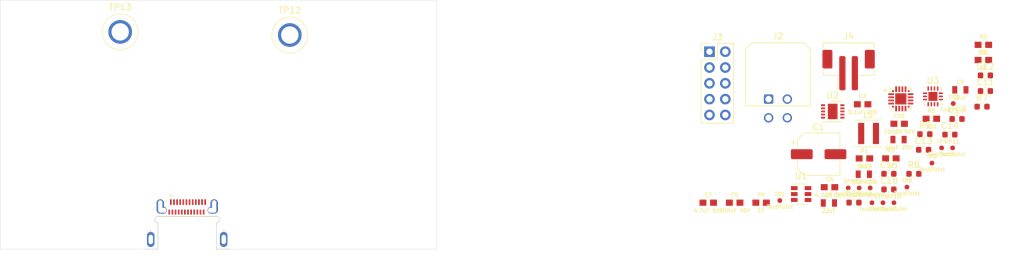
<source format=kicad_pcb>
(kicad_pcb (version 20171130) (host pcbnew 5.1.6)

  (general
    (thickness 1.6)
    (drawings 5)
    (tracks 0)
    (zones 0)
    (modules 50)
    (nets 26)
  )

  (page A4)
  (layers
    (0 F.Cu signal)
    (31 B.Cu signal)
    (32 B.Adhes user)
    (33 F.Adhes user)
    (34 B.Paste user)
    (35 F.Paste user)
    (36 B.SilkS user)
    (37 F.SilkS user)
    (38 B.Mask user)
    (39 F.Mask user)
    (40 Dwgs.User user)
    (41 Cmts.User user)
    (42 Eco1.User user)
    (43 Eco2.User user)
    (44 Edge.Cuts user)
    (45 Margin user)
    (46 B.CrtYd user)
    (47 F.CrtYd user)
    (48 B.Fab user)
    (49 F.Fab user)
  )

  (setup
    (last_trace_width 0.25)
    (user_trace_width 0.3)
    (trace_clearance 0.2)
    (zone_clearance 0.508)
    (zone_45_only no)
    (trace_min 0.2)
    (via_size 0.8)
    (via_drill 0.4)
    (via_min_size 0.4)
    (via_min_drill 0.3)
    (uvia_size 0.3)
    (uvia_drill 0.1)
    (uvias_allowed no)
    (uvia_min_size 0.2)
    (uvia_min_drill 0.1)
    (edge_width 0.05)
    (segment_width 0.2)
    (pcb_text_width 0.3)
    (pcb_text_size 1.5 1.5)
    (mod_edge_width 0.12)
    (mod_text_size 1 1)
    (mod_text_width 0.15)
    (pad_size 1.524 1.524)
    (pad_drill 0.762)
    (pad_to_mask_clearance 0.05)
    (aux_axis_origin 0 0)
    (grid_origin 145.9 108.05)
    (visible_elements FFFFFF7F)
    (pcbplotparams
      (layerselection 0x010fc_ffffffff)
      (usegerberextensions false)
      (usegerberattributes true)
      (usegerberadvancedattributes true)
      (creategerberjobfile true)
      (excludeedgelayer true)
      (linewidth 0.100000)
      (plotframeref false)
      (viasonmask false)
      (mode 1)
      (useauxorigin false)
      (hpglpennumber 1)
      (hpglpenspeed 20)
      (hpglpendiameter 15.000000)
      (psnegative false)
      (psa4output false)
      (plotreference true)
      (plotvalue true)
      (plotinvisibletext false)
      (padsonsilk false)
      (subtractmaskfromsilk false)
      (outputformat 1)
      (mirror false)
      (drillshape 1)
      (scaleselection 1)
      (outputdirectory ""))
  )

  (net 0 "")
  (net 1 VBUS)
  (net 2 CC1)
  (net 3 CC2)
  (net 4 D+)
  (net 5 D-)
  (net 6 CTS)
  (net 7 RTS)
  (net 8 RXD)
  (net 9 TXD)
  (net 10 INT)
  (net 11 SCL)
  (net 12 SDA)
  (net 13 "Net-(R1-Pad2)")
  (net 14 GND)
  (net 15 VBAT)
  (net 16 "Net-(C5-Pad2)")
  (net 17 "Net-(C5-Pad1)")
  (net 18 5V)
  (net 19 "Net-(C13-Pad1)")
  (net 20 "Net-(C17-Pad1)")
  (net 21 "Net-(R3-Pad1)")
  (net 22 "Net-(R4-Pad1)")
  (net 23 BAT_SENSE)
  (net 24 "Net-(R7-Pad2)")
  (net 25 "Net-(R9-Pad2)")

  (net_class Default "This is the default net class."
    (clearance 0.2)
    (trace_width 0.25)
    (via_dia 0.8)
    (via_drill 0.4)
    (uvia_dia 0.3)
    (uvia_drill 0.1)
    (add_net 5V)
    (add_net BATT-)
    (add_net BAT_SENSE)
    (add_net CAN0+)
    (add_net CAN0-)
    (add_net CC1)
    (add_net CC2)
    (add_net CHARGE_STAT)
    (add_net CTS)
    (add_net D+)
    (add_net D-)
    (add_net GND)
    (add_net INT)
    (add_net "Net-(C13-Pad1)")
    (add_net "Net-(C17-Pad1)")
    (add_net "Net-(C5-Pad1)")
    (add_net "Net-(C5-Pad2)")
    (add_net "Net-(J1-PadA10)")
    (add_net "Net-(J1-PadA11)")
    (add_net "Net-(J1-PadA2)")
    (add_net "Net-(J1-PadA3)")
    (add_net "Net-(J1-PadA8)")
    (add_net "Net-(J1-PadB10)")
    (add_net "Net-(J1-PadB11)")
    (add_net "Net-(J1-PadB2)")
    (add_net "Net-(J1-PadB3)")
    (add_net "Net-(J1-PadB8)")
    (add_net "Net-(J3-Pad1)")
    (add_net "Net-(J3-Pad2)")
    (add_net "Net-(R1-Pad2)")
    (add_net "Net-(R3-Pad1)")
    (add_net "Net-(R4-Pad1)")
    (add_net "Net-(R7-Pad2)")
    (add_net "Net-(R9-Pad2)")
    (add_net "Net-(U2-Pad5)")
    (add_net "Net-(U2-Pad6)")
    (add_net "Net-(U3-Pad12)")
    (add_net "Net-(U3-Pad13)")
    (add_net "Net-(U4-Pad1)")
    (add_net "Net-(U4-Pad10)")
    (add_net "Net-(U4-Pad11)")
    (add_net "Net-(U4-Pad13)")
    (add_net "Net-(U4-Pad14)")
    (add_net "Net-(U4-Pad19)")
    (add_net "Net-(U4-Pad2)")
    (add_net "Net-(U4-Pad20)")
    (add_net RTS)
    (add_net RXD)
    (add_net SCL)
    (add_net SDA)
    (add_net TXD)
    (add_net VBAT)
    (add_net VBUS)
  )

  (module lib:JAE_DX07B024JJ1R1500 (layer F.Cu) (tedit 5ED94E34) (tstamp 5ED9E77E)
    (at 140 103.15)
    (path /5EDA1788)
    (fp_text reference J1 (at -2.23618 -3.009) (layer F.SilkS)
      (effects (font (size 1 1) (thickness 0.015)))
    )
    (fp_text value USB_C_Receptacle (at 7.68067 9.4037) (layer F.Fab)
      (effects (font (size 1 1) (thickness 0.015)))
    )
    (fp_text user PCB~Edge (at 5.45672 1.3016) (layer F.Fab)
      (effects (font (size 0.64079 0.64079) (thickness 0.015)))
    )
    (fp_arc (start 4.7 2.1) (end 4.7 1.6) (angle 180) (layer Edge.Cuts) (width 0.1))
    (fp_arc (start -4.7 2.1) (end -4.7 2.6) (angle 180) (layer Edge.Cuts) (width 0.1))
    (fp_arc (start 4.32 0.65) (end 4.62 0.65) (angle 90) (layer Edge.Cuts) (width 0.1))
    (fp_arc (start 3.67 0.65) (end 3.67 0.95) (angle 90) (layer Edge.Cuts) (width 0.1))
    (fp_arc (start 3.67 0.55) (end 3.37 0.55) (angle 90) (layer Edge.Cuts) (width 0.1))
    (fp_arc (start 4.32 -0.65) (end 4.02 -0.65) (angle 180) (layer Edge.Cuts) (width 0.1))
    (fp_arc (start -4.32 0.65) (end -4.62 0.65) (angle -90) (layer Edge.Cuts) (width 0.1))
    (fp_arc (start -3.67 0.65) (end -3.67 0.95) (angle -90) (layer Edge.Cuts) (width 0.1))
    (fp_arc (start -3.67 0.55) (end -3.37 0.55) (angle -90) (layer Edge.Cuts) (width 0.1))
    (fp_arc (start -4.32 -0.65) (end -4.02 -0.65) (angle -180) (layer Edge.Cuts) (width 0.1))
    (fp_circle (center -2.623 -1.738) (end -2.523 -1.738) (layer F.Fab) (width 0.2))
    (fp_line (start -5.45 3.5) (end -5.45 -1.4) (layer F.CrtYd) (width 0.05))
    (fp_line (start -6.72 3.5) (end -5.45 3.5) (layer F.CrtYd) (width 0.05))
    (fp_line (start -6.72 7.6) (end -6.72 3.5) (layer F.CrtYd) (width 0.05))
    (fp_line (start 6.72 7.6) (end -6.72 7.6) (layer F.CrtYd) (width 0.05))
    (fp_line (start 6.72 3.5) (end 6.72 7.6) (layer F.CrtYd) (width 0.05))
    (fp_line (start 5.45 3.5) (end 6.72 3.5) (layer F.CrtYd) (width 0.05))
    (fp_line (start 5.45 -1.4) (end 5.45 3.5) (layer F.CrtYd) (width 0.05))
    (fp_line (start -5.45 -1.4) (end 5.45 -1.4) (layer F.CrtYd) (width 0.05))
    (fp_line (start 4.47 1.6) (end 6.65 1.6) (layer F.Fab) (width 0.127))
    (fp_line (start -4.47 1.6) (end 4.47 1.6) (layer F.Fab) (width 0.127))
    (fp_line (start 4.47 1.6) (end 4.47 1.45) (layer F.SilkS) (width 0.127))
    (fp_line (start -4.47 1.6) (end 4.47 1.6) (layer F.SilkS) (width 0.127))
    (fp_line (start -4.47 1.45) (end -4.47 1.6) (layer F.SilkS) (width 0.127))
    (fp_line (start 6.75 6.85) (end 4.7 6.85) (layer Edge.Cuts) (width 0.1))
    (fp_line (start -4.7 6.85) (end -6.75 6.85) (layer Edge.Cuts) (width 0.1))
    (fp_line (start 3.3 -0.82) (end 3.45 -0.82) (layer F.SilkS) (width 0.127))
    (fp_line (start -3.45 -0.82) (end -3.1 -0.82) (layer F.SilkS) (width 0.127))
    (fp_line (start 4.7 2.6) (end 4.7 6.85) (layer Edge.Cuts) (width 0.1))
    (fp_line (start -4.7 1.6) (end 4.7 1.6) (layer Edge.Cuts) (width 0.1))
    (fp_line (start -4.7 6.85) (end -4.7 2.6) (layer Edge.Cuts) (width 0.1))
    (fp_line (start -4.47 1.6) (end -4.47 -0.82) (layer F.Fab) (width 0.127))
    (fp_line (start -4.47 7.35) (end -4.47 1.6) (layer F.Fab) (width 0.127))
    (fp_line (start 4.47 7.35) (end -4.47 7.35) (layer F.Fab) (width 0.127))
    (fp_line (start 4.47 1.6) (end 4.47 7.35) (layer F.Fab) (width 0.127))
    (fp_line (start 4.47 -0.82) (end 4.47 1.6) (layer F.Fab) (width 0.127))
    (fp_line (start -4.47 -0.82) (end 4.47 -0.82) (layer F.Fab) (width 0.127))
    (fp_line (start 3.67 0.95) (end 4.32 0.95) (layer Edge.Cuts) (width 0.1))
    (fp_line (start 3.37 0.55) (end 3.37 0.65) (layer Edge.Cuts) (width 0.1))
    (fp_line (start 4.02 0.25) (end 3.67 0.25) (layer Edge.Cuts) (width 0.1))
    (fp_line (start 4.02 -0.65) (end 4.02 0.25) (layer Edge.Cuts) (width 0.1))
    (fp_line (start 4.62 0.65) (end 4.62 -0.65) (layer Edge.Cuts) (width 0.1))
    (fp_poly (pts (xy 5.145 5.91) (xy 5.145 4.15) (xy 5.145685 4.123832) (xy 5.147739 4.097736)
      (xy 5.151156 4.071783) (xy 5.155926 4.046044) (xy 5.162037 4.02059) (xy 5.169472 3.995492)
      (xy 5.17821 3.970816) (xy 5.188227 3.946632) (xy 5.199497 3.923005) (xy 5.211987 3.9)
      (xy 5.225665 3.87768) (xy 5.240492 3.856107) (xy 5.256427 3.83534) (xy 5.273428 3.815435)
      (xy 5.291447 3.796447) (xy 5.310435 3.778428) (xy 5.33034 3.761427) (xy 5.351107 3.745492)
      (xy 5.37268 3.730665) (xy 5.395 3.716987) (xy 5.418005 3.704497) (xy 5.441632 3.693227)
      (xy 5.465816 3.68321) (xy 5.490492 3.674472) (xy 5.51559 3.667037) (xy 5.541044 3.660926)
      (xy 5.566783 3.656156) (xy 5.592736 3.652739) (xy 5.618832 3.650685) (xy 5.645 3.65)
      (xy 6.055 3.65) (xy 6.081168 3.650685) (xy 6.107264 3.652739) (xy 6.133217 3.656156)
      (xy 6.158956 3.660926) (xy 6.18441 3.667037) (xy 6.209508 3.674472) (xy 6.234184 3.68321)
      (xy 6.258368 3.693227) (xy 6.281995 3.704497) (xy 6.305 3.716987) (xy 6.32732 3.730665)
      (xy 6.348893 3.745492) (xy 6.36966 3.761427) (xy 6.389565 3.778428) (xy 6.408553 3.796447)
      (xy 6.426572 3.815435) (xy 6.443573 3.83534) (xy 6.459508 3.856107) (xy 6.474335 3.87768)
      (xy 6.488013 3.9) (xy 6.500503 3.923005) (xy 6.511773 3.946632) (xy 6.52179 3.970816)
      (xy 6.530528 3.995492) (xy 6.537963 4.02059) (xy 6.544074 4.046044) (xy 6.548844 4.071783)
      (xy 6.552261 4.097736) (xy 6.554315 4.123832) (xy 6.555 4.15) (xy 6.555 5.925)
      (xy 6.554061 5.96085) (xy 6.551247 5.996602) (xy 6.546567 6.032158) (xy 6.540031 6.06742)
      (xy 6.531659 6.102291) (xy 6.521474 6.136677) (xy 6.509503 6.170482) (xy 6.495779 6.203615)
      (xy 6.480339 6.235983) (xy 6.463227 6.2675) (xy 6.444489 6.298078) (xy 6.424177 6.327633)
      (xy 6.402345 6.356084) (xy 6.379054 6.383354) (xy 6.354368 6.409368) (xy 6.328354 6.434054)
      (xy 6.301084 6.457345) (xy 6.272633 6.479177) (xy 6.243078 6.499489) (xy 6.2125 6.518227)
      (xy 6.180983 6.535339) (xy 6.148615 6.550779) (xy 6.115482 6.564503) (xy 6.081677 6.576474)
      (xy 6.047291 6.586659) (xy 6.01242 6.595031) (xy 5.977158 6.601567) (xy 5.941602 6.606247)
      (xy 5.90585 6.609061) (xy 5.87 6.61) (xy 5.845 6.61) (xy 5.808365 6.609041)
      (xy 5.77183 6.606165) (xy 5.735496 6.601382) (xy 5.699462 6.594703) (xy 5.663827 6.586148)
      (xy 5.628688 6.57574) (xy 5.594142 6.563506) (xy 5.560284 6.549482) (xy 5.527207 6.533705)
      (xy 5.495 6.516218) (xy 5.463753 6.497069) (xy 5.43355 6.476312) (xy 5.404476 6.454002)
      (xy 5.376609 6.430201) (xy 5.350025 6.404975) (xy 5.324799 6.378391) (xy 5.300998 6.350524)
      (xy 5.278688 6.32145) (xy 5.257931 6.291247) (xy 5.238782 6.26) (xy 5.221295 6.227793)
      (xy 5.205518 6.194716) (xy 5.191494 6.160858) (xy 5.17926 6.126312) (xy 5.168852 6.091173)
      (xy 5.160297 6.055538) (xy 5.153618 6.019504) (xy 5.148835 5.98317) (xy 5.145959 5.946635)
      (xy 5.145 5.91)) (layer F.Mask) (width 0.0001))
    (fp_poly (pts (xy 6.454 4.692) (xy 6.454 4.25) (xy 6.453315 4.223832) (xy 6.451261 4.197736)
      (xy 6.447844 4.171783) (xy 6.443074 4.146044) (xy 6.436963 4.12059) (xy 6.429528 4.095492)
      (xy 6.42079 4.070816) (xy 6.410773 4.046632) (xy 6.399503 4.023005) (xy 6.387013 4)
      (xy 6.373335 3.97768) (xy 6.358508 3.956107) (xy 6.342573 3.93534) (xy 6.325572 3.915435)
      (xy 6.307553 3.896447) (xy 6.288565 3.878428) (xy 6.26866 3.861427) (xy 6.247893 3.845492)
      (xy 6.22632 3.830665) (xy 6.204 3.816987) (xy 6.180995 3.804497) (xy 6.157368 3.793227)
      (xy 6.133184 3.78321) (xy 6.108508 3.774472) (xy 6.08341 3.767037) (xy 6.057956 3.760926)
      (xy 6.032217 3.756156) (xy 6.006264 3.752739) (xy 5.980168 3.750685) (xy 5.954 3.75)
      (xy 5.85 3.75) (xy 5.85 4.092) (xy 5.854 4.092) (xy 5.885402 4.092822)
      (xy 5.916717 4.095287) (xy 5.947861 4.099387) (xy 5.978747 4.105111) (xy 6.009291 4.112445)
      (xy 6.03941 4.121366) (xy 6.069021 4.131852) (xy 6.098042 4.143873) (xy 6.126394 4.157396)
      (xy 6.154 4.172385) (xy 6.180783 4.188798) (xy 6.206671 4.20659) (xy 6.231592 4.225712)
      (xy 6.255478 4.246113) (xy 6.278264 4.267736) (xy 6.299887 4.290522) (xy 6.320288 4.314408)
      (xy 6.33941 4.339329) (xy 6.357202 4.365217) (xy 6.373615 4.392) (xy 6.388604 4.419606)
      (xy 6.402127 4.447958) (xy 6.414148 4.476979) (xy 6.424634 4.50659) (xy 6.433555 4.536709)
      (xy 6.440889 4.567253) (xy 6.446613 4.598139) (xy 6.450713 4.629283) (xy 6.453178 4.660598)
      (xy 6.454 4.692)) (layer F.Paste) (width 0.0001))
    (fp_poly (pts (xy 5.246 4.692) (xy 5.246 4.25) (xy 5.246685 4.223832) (xy 5.248739 4.197736)
      (xy 5.252156 4.171783) (xy 5.256926 4.146044) (xy 5.263037 4.12059) (xy 5.270472 4.095492)
      (xy 5.27921 4.070816) (xy 5.289227 4.046632) (xy 5.300497 4.023005) (xy 5.312987 4)
      (xy 5.326665 3.97768) (xy 5.341492 3.956107) (xy 5.357427 3.93534) (xy 5.374428 3.915435)
      (xy 5.392447 3.896447) (xy 5.411435 3.878428) (xy 5.43134 3.861427) (xy 5.452107 3.845492)
      (xy 5.47368 3.830665) (xy 5.496 3.816987) (xy 5.519005 3.804497) (xy 5.542632 3.793227)
      (xy 5.566816 3.78321) (xy 5.591492 3.774472) (xy 5.61659 3.767037) (xy 5.642044 3.760926)
      (xy 5.667783 3.756156) (xy 5.693736 3.752739) (xy 5.719832 3.750685) (xy 5.746 3.75)
      (xy 5.85 3.75) (xy 5.85 4.092) (xy 5.846 4.092) (xy 5.814598 4.092822)
      (xy 5.783283 4.095287) (xy 5.752139 4.099387) (xy 5.721253 4.105111) (xy 5.690709 4.112445)
      (xy 5.66059 4.121366) (xy 5.630979 4.131852) (xy 5.601958 4.143873) (xy 5.573606 4.157396)
      (xy 5.546 4.172385) (xy 5.519217 4.188798) (xy 5.493329 4.20659) (xy 5.468408 4.225712)
      (xy 5.444522 4.246113) (xy 5.421736 4.267736) (xy 5.400113 4.290522) (xy 5.379712 4.314408)
      (xy 5.36059 4.339329) (xy 5.342798 4.365217) (xy 5.326385 4.392) (xy 5.311396 4.419606)
      (xy 5.297873 4.447958) (xy 5.285852 4.476979) (xy 5.275366 4.50659) (xy 5.266445 4.536709)
      (xy 5.259111 4.567253) (xy 5.253387 4.598139) (xy 5.249287 4.629283) (xy 5.246822 4.660598)
      (xy 5.246 4.692)) (layer F.Paste) (width 0.0001))
    (fp_poly (pts (xy 5.85 4.092) (xy 5.854 4.092) (xy 5.853893 4.092102) (xy 5.85378 4.092198)
      (xy 5.853663 4.092288) (xy 5.85354 4.092372) (xy 5.853414 4.092449) (xy 5.853284 4.09252)
      (xy 5.85315 4.092584) (xy 5.853014 4.092641) (xy 5.852874 4.09269) (xy 5.852732 4.092732)
      (xy 5.852588 4.092767) (xy 5.852442 4.092794) (xy 5.852296 4.092813) (xy 5.852148 4.092825)
      (xy 5.852 4.092828) (xy 5.851852 4.092825) (xy 5.851704 4.092813) (xy 5.851558 4.092794)
      (xy 5.851412 4.092767) (xy 5.851268 4.092732) (xy 5.851126 4.09269) (xy 5.850986 4.092641)
      (xy 5.85085 4.092584) (xy 5.850716 4.09252) (xy 5.850586 4.092449) (xy 5.85046 4.092372)
      (xy 5.850337 4.092288) (xy 5.85022 4.092198) (xy 5.850107 4.092102) (xy 5.85 4.092)) (layer F.Cu) (width 0.0001))
    (fp_poly (pts (xy -6.555 5.91) (xy -6.555 4.15) (xy -6.554315 4.123832) (xy -6.552261 4.097736)
      (xy -6.548844 4.071783) (xy -6.544074 4.046044) (xy -6.537963 4.02059) (xy -6.530528 3.995492)
      (xy -6.52179 3.970816) (xy -6.511773 3.946632) (xy -6.500503 3.923005) (xy -6.488013 3.9)
      (xy -6.474335 3.87768) (xy -6.459508 3.856107) (xy -6.443573 3.83534) (xy -6.426572 3.815435)
      (xy -6.408553 3.796447) (xy -6.389565 3.778428) (xy -6.36966 3.761427) (xy -6.348893 3.745492)
      (xy -6.32732 3.730665) (xy -6.305 3.716987) (xy -6.281995 3.704497) (xy -6.258368 3.693227)
      (xy -6.234184 3.68321) (xy -6.209508 3.674472) (xy -6.18441 3.667037) (xy -6.158956 3.660926)
      (xy -6.133217 3.656156) (xy -6.107264 3.652739) (xy -6.081168 3.650685) (xy -6.055 3.65)
      (xy -5.645 3.65) (xy -5.618832 3.650685) (xy -5.592736 3.652739) (xy -5.566783 3.656156)
      (xy -5.541044 3.660926) (xy -5.51559 3.667037) (xy -5.490492 3.674472) (xy -5.465816 3.68321)
      (xy -5.441632 3.693227) (xy -5.418005 3.704497) (xy -5.395 3.716987) (xy -5.37268 3.730665)
      (xy -5.351107 3.745492) (xy -5.33034 3.761427) (xy -5.310435 3.778428) (xy -5.291447 3.796447)
      (xy -5.273428 3.815435) (xy -5.256427 3.83534) (xy -5.240492 3.856107) (xy -5.225665 3.87768)
      (xy -5.211987 3.9) (xy -5.199497 3.923005) (xy -5.188227 3.946632) (xy -5.17821 3.970816)
      (xy -5.169472 3.995492) (xy -5.162037 4.02059) (xy -5.155926 4.046044) (xy -5.151156 4.071783)
      (xy -5.147739 4.097736) (xy -5.145685 4.123832) (xy -5.145 4.15) (xy -5.145 5.925)
      (xy -5.145939 5.96085) (xy -5.148753 5.996602) (xy -5.153433 6.032158) (xy -5.159969 6.06742)
      (xy -5.168341 6.102291) (xy -5.178526 6.136677) (xy -5.190497 6.170482) (xy -5.204221 6.203615)
      (xy -5.219661 6.235983) (xy -5.236773 6.2675) (xy -5.255511 6.298078) (xy -5.275823 6.327633)
      (xy -5.297655 6.356084) (xy -5.320946 6.383354) (xy -5.345632 6.409368) (xy -5.371646 6.434054)
      (xy -5.398916 6.457345) (xy -5.427367 6.479177) (xy -5.456922 6.499489) (xy -5.4875 6.518227)
      (xy -5.519017 6.535339) (xy -5.551385 6.550779) (xy -5.584518 6.564503) (xy -5.618323 6.576474)
      (xy -5.652709 6.586659) (xy -5.68758 6.595031) (xy -5.722842 6.601567) (xy -5.758398 6.606247)
      (xy -5.79415 6.609061) (xy -5.83 6.61) (xy -5.855 6.61) (xy -5.891635 6.609041)
      (xy -5.92817 6.606165) (xy -5.964504 6.601382) (xy -6.000538 6.594703) (xy -6.036173 6.586148)
      (xy -6.071312 6.57574) (xy -6.105858 6.563506) (xy -6.139716 6.549482) (xy -6.172793 6.533705)
      (xy -6.205 6.516218) (xy -6.236247 6.497069) (xy -6.26645 6.476312) (xy -6.295524 6.454002)
      (xy -6.323391 6.430201) (xy -6.349975 6.404975) (xy -6.375201 6.378391) (xy -6.399002 6.350524)
      (xy -6.421312 6.32145) (xy -6.442069 6.291247) (xy -6.461218 6.26) (xy -6.478705 6.227793)
      (xy -6.494482 6.194716) (xy -6.508506 6.160858) (xy -6.52074 6.126312) (xy -6.531148 6.091173)
      (xy -6.539703 6.055538) (xy -6.546382 6.019504) (xy -6.551165 5.98317) (xy -6.554041 5.946635)
      (xy -6.555 5.91)) (layer F.Mask) (width 0.0001))
    (fp_poly (pts (xy -5.246 4.692) (xy -5.246 4.25) (xy -5.246685 4.223832) (xy -5.248739 4.197736)
      (xy -5.252156 4.171783) (xy -5.256926 4.146044) (xy -5.263037 4.12059) (xy -5.270472 4.095492)
      (xy -5.27921 4.070816) (xy -5.289227 4.046632) (xy -5.300497 4.023005) (xy -5.312987 4)
      (xy -5.326665 3.97768) (xy -5.341492 3.956107) (xy -5.357427 3.93534) (xy -5.374428 3.915435)
      (xy -5.392447 3.896447) (xy -5.411435 3.878428) (xy -5.43134 3.861427) (xy -5.452107 3.845492)
      (xy -5.47368 3.830665) (xy -5.496 3.816987) (xy -5.519005 3.804497) (xy -5.542632 3.793227)
      (xy -5.566816 3.78321) (xy -5.591492 3.774472) (xy -5.61659 3.767037) (xy -5.642044 3.760926)
      (xy -5.667783 3.756156) (xy -5.693736 3.752739) (xy -5.719832 3.750685) (xy -5.746 3.75)
      (xy -5.85 3.75) (xy -5.85 4.092) (xy -5.846 4.092) (xy -5.814598 4.092822)
      (xy -5.783283 4.095287) (xy -5.752139 4.099387) (xy -5.721253 4.105111) (xy -5.690709 4.112445)
      (xy -5.66059 4.121366) (xy -5.630979 4.131852) (xy -5.601958 4.143873) (xy -5.573606 4.157396)
      (xy -5.546 4.172385) (xy -5.519217 4.188798) (xy -5.493329 4.20659) (xy -5.468408 4.225712)
      (xy -5.444522 4.246113) (xy -5.421736 4.267736) (xy -5.400113 4.290522) (xy -5.379712 4.314408)
      (xy -5.36059 4.339329) (xy -5.342798 4.365217) (xy -5.326385 4.392) (xy -5.311396 4.419606)
      (xy -5.297873 4.447958) (xy -5.285852 4.476979) (xy -5.275366 4.50659) (xy -5.266445 4.536709)
      (xy -5.259111 4.567253) (xy -5.253387 4.598139) (xy -5.249287 4.629283) (xy -5.246822 4.660598)
      (xy -5.246 4.692)) (layer F.Paste) (width 0.0001))
    (fp_poly (pts (xy -6.454 4.692) (xy -6.454 4.25) (xy -6.453315 4.223832) (xy -6.451261 4.197736)
      (xy -6.447844 4.171783) (xy -6.443074 4.146044) (xy -6.436963 4.12059) (xy -6.429528 4.095492)
      (xy -6.42079 4.070816) (xy -6.410773 4.046632) (xy -6.399503 4.023005) (xy -6.387013 4)
      (xy -6.373335 3.97768) (xy -6.358508 3.956107) (xy -6.342573 3.93534) (xy -6.325572 3.915435)
      (xy -6.307553 3.896447) (xy -6.288565 3.878428) (xy -6.26866 3.861427) (xy -6.247893 3.845492)
      (xy -6.22632 3.830665) (xy -6.204 3.816987) (xy -6.180995 3.804497) (xy -6.157368 3.793227)
      (xy -6.133184 3.78321) (xy -6.108508 3.774472) (xy -6.08341 3.767037) (xy -6.057956 3.760926)
      (xy -6.032217 3.756156) (xy -6.006264 3.752739) (xy -5.980168 3.750685) (xy -5.954 3.75)
      (xy -5.85 3.75) (xy -5.85 4.092) (xy -5.854 4.092) (xy -5.885402 4.092822)
      (xy -5.916717 4.095287) (xy -5.947861 4.099387) (xy -5.978747 4.105111) (xy -6.009291 4.112445)
      (xy -6.03941 4.121366) (xy -6.069021 4.131852) (xy -6.098042 4.143873) (xy -6.126394 4.157396)
      (xy -6.154 4.172385) (xy -6.180783 4.188798) (xy -6.206671 4.20659) (xy -6.231592 4.225712)
      (xy -6.255478 4.246113) (xy -6.278264 4.267736) (xy -6.299887 4.290522) (xy -6.320288 4.314408)
      (xy -6.33941 4.339329) (xy -6.357202 4.365217) (xy -6.373615 4.392) (xy -6.388604 4.419606)
      (xy -6.402127 4.447958) (xy -6.414148 4.476979) (xy -6.424634 4.50659) (xy -6.433555 4.536709)
      (xy -6.440889 4.567253) (xy -6.446613 4.598139) (xy -6.450713 4.629283) (xy -6.453178 4.660598)
      (xy -6.454 4.692)) (layer F.Paste) (width 0.0001))
    (fp_line (start -3.67 0.95) (end -4.32 0.95) (layer Edge.Cuts) (width 0.1))
    (fp_line (start -3.37 0.55) (end -3.37 0.65) (layer Edge.Cuts) (width 0.1))
    (fp_line (start -4.02 0.25) (end -3.67 0.25) (layer Edge.Cuts) (width 0.1))
    (fp_line (start -4.02 -0.65) (end -4.02 0.25) (layer Edge.Cuts) (width 0.1))
    (fp_line (start -4.62 0.65) (end -4.62 -0.65) (layer Edge.Cuts) (width 0.1))
    (fp_circle (center -2.623 -1.738) (end -2.523 -1.738) (layer F.SilkS) (width 0.2))
    (pad S1 thru_hole oval (at -4.32 0) (size 1.2 2.3) (drill oval 0.6 1.9) (layers *.Cu *.Mask)
      (net 14 GND))
    (pad S1 thru_hole oval (at 4.32 0) (size 1.2 2.3) (drill oval 0.6 1.9) (layers *.Cu *.Mask)
      (net 14 GND))
    (pad S1 thru_hole oval (at -4 0.6) (size 1.45 1.1) (drill oval 1.25 0.7) (layers *.Cu *.Mask)
      (net 14 GND))
    (pad S1 thru_hole oval (at 4 0.6) (size 1.45 1.1) (drill oval 1.25 0.7) (layers *.Cu *.Mask)
      (net 14 GND))
    (pad SH4 smd rect (at 3.3 0.55) (size 0.1 0.1) (layers F.Cu))
    (pad SH3 smd rect (at -3.3 0.55) (size 0.1 0.1) (layers F.Cu))
    (pad SH2 smd rect (at 5.9 3.9) (size 0.1 0.1) (layers F.Cu))
    (pad SH1 smd rect (at -5.9 3.9) (size 0.1 0.1) (layers F.Cu))
    (pad S1 thru_hole oval (at 5.85 5.3) (size 1.208 2.416) (drill oval 0.7 1.5) (layers *.Cu *.Mask)
      (net 14 GND))
    (pad S1 thru_hole oval (at -5.85 5.3) (size 1.208 2.416) (drill oval 0.7 1.5) (layers *.Cu *.Mask)
      (net 14 GND))
    (pad B11 smd rect (at -2.375 0.9) (size 0.27 0.8) (layers F.Cu F.Paste F.Mask))
    (pad B10 smd rect (at -1.875 0.9) (size 0.27 0.8) (layers F.Cu F.Paste F.Mask))
    (pad B9 smd rect (at -1.375 0.9) (size 0.27 0.8) (layers F.Cu F.Paste F.Mask)
      (net 1 VBUS))
    (pad B8 smd rect (at -0.875 0.9) (size 0.27 0.8) (layers F.Cu F.Paste F.Mask))
    (pad B7 smd rect (at -0.375 0.9) (size 0.27 0.8) (layers F.Cu F.Paste F.Mask)
      (net 4 D+))
    (pad B6 smd rect (at 0.125 0.9) (size 0.27 0.8) (layers F.Cu F.Paste F.Mask)
      (net 5 D-))
    (pad B5 smd rect (at 0.625 0.9) (size 0.27 0.8) (layers F.Cu F.Paste F.Mask)
      (net 3 CC2))
    (pad B4 smd rect (at 1.125 0.9) (size 0.27 0.8) (layers F.Cu F.Paste F.Mask)
      (net 1 VBUS))
    (pad B3 smd rect (at 1.625 0.9) (size 0.27 0.8) (layers F.Cu F.Paste F.Mask))
    (pad B2 smd rect (at 2.125 0.9) (size 0.27 0.8) (layers F.Cu F.Paste F.Mask))
    (pad B1 smd rect (at 2.625 0.9) (size 0.27 0.8) (layers F.Cu F.Paste F.Mask)
      (net 14 GND))
    (pad A12 smd rect (at 2.875 -0.7) (size 0.27 0.9) (layers F.Cu F.Paste F.Mask)
      (net 14 GND))
    (pad A11 smd rect (at 2.375 -0.7) (size 0.27 0.9) (layers F.Cu F.Paste F.Mask))
    (pad A10 smd rect (at 1.875 -0.7) (size 0.27 0.9) (layers F.Cu F.Paste F.Mask))
    (pad A9 smd rect (at 1.375 -0.7) (size 0.27 0.9) (layers F.Cu F.Paste F.Mask)
      (net 1 VBUS))
    (pad A8 smd rect (at 0.875 -0.7) (size 0.27 0.9) (layers F.Cu F.Paste F.Mask))
    (pad A7 smd rect (at 0.375 -0.7) (size 0.27 0.9) (layers F.Cu F.Paste F.Mask)
      (net 4 D+))
    (pad A6 smd rect (at -0.125 -0.7) (size 0.27 0.9) (layers F.Cu F.Paste F.Mask)
      (net 5 D-))
    (pad A5 smd rect (at -0.625 -0.7) (size 0.27 0.9) (layers F.Cu F.Paste F.Mask)
      (net 2 CC1))
    (pad A4 smd rect (at -1.125 -0.7) (size 0.27 0.9) (layers F.Cu F.Paste F.Mask)
      (net 1 VBUS))
    (pad A3 smd rect (at -1.625 -0.7) (size 0.27 0.9) (layers F.Cu F.Paste F.Mask))
    (pad A2 smd rect (at -2.125 -0.7) (size 0.27 0.9) (layers F.Cu F.Paste F.Mask))
    (pad A1 smd rect (at -2.625 -0.7) (size 0.27 0.9) (layers F.Cu F.Paste F.Mask)
      (net 14 GND))
    (pad B12 smd rect (at -2.875 0.9) (size 0.27 0.8) (layers F.Cu F.Paste F.Mask)
      (net 14 GND))
    (model :home:jae/K3D-DX07B024JJ1-V1_JAE_Proprietary.IGS
      (offset (xyz 0 -2.5 0.5))
      (scale (xyz 1 1 1))
      (rotate (xyz -90 0 0))
    )
  )

  (module lib:IC_CP2102N-A01-GQFN20 (layer F.Cu) (tedit 5ED8F0F5) (tstamp 5ED9E0C2)
    (at 254.433 85.86)
    (path /5ED93BA9)
    (fp_text reference U4 (at 0.63551 -3.17743) (layer F.SilkS)
      (effects (font (size 1.000772 1.000772) (thickness 0.015)))
    )
    (fp_text value CP2102N-A02-GQFN20 (at 10.82919 3.18503) (layer F.Fab)
      (effects (font (size 1.003165 1.003165) (thickness 0.015)))
    )
    (fp_line (start -1.72 -1.72) (end -1.22 -1.72) (layer F.SilkS) (width 0.127))
    (fp_line (start 1.22 -1.72) (end 1.72 -1.72) (layer F.SilkS) (width 0.127))
    (fp_line (start -1.72 1.72) (end -1.22 1.72) (layer F.SilkS) (width 0.127))
    (fp_line (start 1.22 1.72) (end 1.72 1.72) (layer F.SilkS) (width 0.127))
    (fp_line (start -1.72 -1.72) (end -1.72 -1.22) (layer F.SilkS) (width 0.127))
    (fp_line (start 1.72 -1.72) (end 1.72 -1.22) (layer F.SilkS) (width 0.127))
    (fp_line (start -1.72 1.72) (end -1.72 1.22) (layer F.SilkS) (width 0.127))
    (fp_line (start 1.72 1.72) (end 1.72 1.22) (layer F.SilkS) (width 0.127))
    (fp_line (start -1.55 -1.55) (end 1.55 -1.55) (layer F.Fab) (width 0.127))
    (fp_line (start 1.55 -1.55) (end 1.55 1.55) (layer F.Fab) (width 0.127))
    (fp_line (start 1.55 1.55) (end -1.55 1.55) (layer F.Fab) (width 0.127))
    (fp_line (start -1.55 1.55) (end -1.55 -1.55) (layer F.Fab) (width 0.127))
    (fp_line (start -2.25 -2.25) (end 2.25 -2.25) (layer F.CrtYd) (width 0.05))
    (fp_line (start 2.25 -2.25) (end 2.25 2.25) (layer F.CrtYd) (width 0.05))
    (fp_line (start 2.25 2.25) (end -2.25 2.25) (layer F.CrtYd) (width 0.05))
    (fp_line (start -2.25 2.25) (end -2.25 -2.25) (layer F.CrtYd) (width 0.05))
    (fp_circle (center -2.478 -1.378) (end -2.408 -1.378) (layer F.SilkS) (width 0.2))
    (fp_poly (pts (xy -0.5692 -0.5692) (xy 0.5692 -0.5692) (xy 0.5692 0.5692) (xy -0.5692 0.5692)) (layer F.Paste) (width 0.01))
    (pad 21 smd rect (at 0 0) (size 1.8 1.8) (layers F.Cu F.Mask)
      (net 14 GND))
    (pad 20 smd rect (at -0.75 -1.55) (size 0.3 0.9) (layers F.Cu F.Paste F.Mask))
    (pad 19 smd rect (at -0.25 -1.55) (size 0.3 0.9) (layers F.Cu F.Paste F.Mask))
    (pad 18 smd rect (at 0.25 -1.55) (size 0.3 0.9) (layers F.Cu F.Paste F.Mask)
      (net 9 TXD))
    (pad 17 smd rect (at 0.75 -1.55) (size 0.3 0.9) (layers F.Cu F.Paste F.Mask)
      (net 8 RXD))
    (pad 16 smd rect (at 1.25 -1.25) (size 0.3 0.3) (layers F.Cu F.Paste F.Mask)
      (net 7 RTS))
    (pad 15 smd rect (at 1.55 -0.75) (size 0.9 0.3) (layers F.Cu F.Paste F.Mask)
      (net 6 CTS))
    (pad 14 smd rect (at 1.55 -0.25) (size 0.9 0.3) (layers F.Cu F.Paste F.Mask))
    (pad 13 smd rect (at 1.55 0.25) (size 0.9 0.3) (layers F.Cu F.Paste F.Mask))
    (pad 12 smd rect (at 1.55 0.75) (size 0.9 0.3) (layers F.Cu F.Paste F.Mask)
      (net 14 GND))
    (pad 11 smd rect (at 1.25 1.25) (size 0.3 0.3) (layers F.Cu F.Paste F.Mask))
    (pad 10 smd rect (at 0.75 1.55) (size 0.3 0.9) (layers F.Cu F.Paste F.Mask))
    (pad 9 smd rect (at 0.25 1.55) (size 0.3 0.9) (layers F.Cu F.Paste F.Mask)
      (net 25 "Net-(R9-Pad2)"))
    (pad 8 smd rect (at -0.25 1.55) (size 0.3 0.9) (layers F.Cu F.Paste F.Mask)
      (net 24 "Net-(R7-Pad2)"))
    (pad 7 smd rect (at -0.75 1.55) (size 0.3 0.9) (layers F.Cu F.Paste F.Mask)
      (net 18 5V))
    (pad 6 smd rect (at -1.25 1.25) (size 0.3 0.3) (layers F.Cu F.Paste F.Mask)
      (net 20 "Net-(C17-Pad1)"))
    (pad 5 smd rect (at -1.55 0.75) (size 0.9 0.3) (layers F.Cu F.Paste F.Mask)
      (net 5 D-))
    (pad 4 smd rect (at -1.55 0.25) (size 0.9 0.3) (layers F.Cu F.Paste F.Mask)
      (net 4 D+))
    (pad 3 smd rect (at -1.55 -0.25) (size 0.9 0.3) (layers F.Cu F.Paste F.Mask)
      (net 14 GND))
    (pad 2 smd rect (at -1.55 -0.75) (size 0.9 0.3) (layers F.Cu F.Paste F.Mask))
    (pad 1 smd rect (at -1.25 -1.25) (size 0.3 0.3) (layers F.Cu F.Paste F.Mask))
  )

  (module Package_DFN_QFN:WQFN-14-1EP_2.5x2.5mm_P0.5mm_EP1.45x1.45mm (layer F.Cu) (tedit 5DC5F6A8) (tstamp 5ED9E097)
    (at 259.58 85.46)
    (descr "WQFN, 14 Pin (https://www.onsemi.com/pub/Collateral/FUSB302B-D.PDF#page=32), generated with kicad-footprint-generator ipc_noLead_generator.py")
    (tags "WQFN NoLead")
    (path /5EDDC5E1)
    (attr smd)
    (fp_text reference U3 (at 0 -2.55) (layer F.SilkS)
      (effects (font (size 1 1) (thickness 0.15)))
    )
    (fp_text value FUSB302BMPX (at 0 2.55) (layer F.Fab)
      (effects (font (size 1 1) (thickness 0.15)))
    )
    (fp_text user %R (at 0 0) (layer F.Fab)
      (effects (font (size 0.62 0.62) (thickness 0.09)))
    )
    (fp_line (start 1.135 -1.36) (end 1.36 -1.36) (layer F.SilkS) (width 0.12))
    (fp_line (start 1.36 -1.36) (end 1.36 -0.885) (layer F.SilkS) (width 0.12))
    (fp_line (start -1.135 1.36) (end -1.36 1.36) (layer F.SilkS) (width 0.12))
    (fp_line (start -1.36 1.36) (end -1.36 0.885) (layer F.SilkS) (width 0.12))
    (fp_line (start 1.135 1.36) (end 1.36 1.36) (layer F.SilkS) (width 0.12))
    (fp_line (start 1.36 1.36) (end 1.36 0.885) (layer F.SilkS) (width 0.12))
    (fp_line (start -1.135 -1.36) (end -1.36 -1.36) (layer F.SilkS) (width 0.12))
    (fp_line (start -0.625 -1.25) (end 1.25 -1.25) (layer F.Fab) (width 0.1))
    (fp_line (start 1.25 -1.25) (end 1.25 1.25) (layer F.Fab) (width 0.1))
    (fp_line (start 1.25 1.25) (end -1.25 1.25) (layer F.Fab) (width 0.1))
    (fp_line (start -1.25 1.25) (end -1.25 -0.625) (layer F.Fab) (width 0.1))
    (fp_line (start -1.25 -0.625) (end -0.625 -1.25) (layer F.Fab) (width 0.1))
    (fp_line (start -1.85 -1.85) (end -1.85 1.85) (layer F.CrtYd) (width 0.05))
    (fp_line (start -1.85 1.85) (end 1.85 1.85) (layer F.CrtYd) (width 0.05))
    (fp_line (start 1.85 1.85) (end 1.85 -1.85) (layer F.CrtYd) (width 0.05))
    (fp_line (start 1.85 -1.85) (end -1.85 -1.85) (layer F.CrtYd) (width 0.05))
    (pad "" smd roundrect (at 0.36 0.36) (size 0.58 0.58) (layers F.Paste) (roundrect_rratio 0.25))
    (pad "" smd roundrect (at 0.36 -0.36) (size 0.58 0.58) (layers F.Paste) (roundrect_rratio 0.25))
    (pad "" smd roundrect (at -0.36 0.36) (size 0.58 0.58) (layers F.Paste) (roundrect_rratio 0.25))
    (pad "" smd roundrect (at -0.36 -0.36) (size 0.58 0.58) (layers F.Paste) (roundrect_rratio 0.25))
    (pad 15 smd rect (at 0 0) (size 1.45 1.45) (layers F.Cu F.Mask)
      (net 14 GND))
    (pad 14 smd roundrect (at -0.75 -1.2625) (size 0.25 0.675) (layers F.Cu F.Paste F.Mask) (roundrect_rratio 0.25)
      (net 3 CC2))
    (pad 13 smd roundrect (at -0.25 -1.2625) (size 0.25 0.675) (layers F.Cu F.Paste F.Mask) (roundrect_rratio 0.25))
    (pad 12 smd roundrect (at 0.25 -1.2625) (size 0.25 0.675) (layers F.Cu F.Paste F.Mask) (roundrect_rratio 0.25))
    (pad 11 smd roundrect (at 0.75 -1.2625) (size 0.25 0.675) (layers F.Cu F.Paste F.Mask) (roundrect_rratio 0.25)
      (net 2 CC1))
    (pad 10 smd roundrect (at 1.2625 -0.5) (size 0.675 0.25) (layers F.Cu F.Paste F.Mask) (roundrect_rratio 0.25)
      (net 2 CC1))
    (pad 9 smd roundrect (at 1.2625 0) (size 0.675 0.25) (layers F.Cu F.Paste F.Mask) (roundrect_rratio 0.25)
      (net 14 GND))
    (pad 8 smd roundrect (at 1.2625 0.5) (size 0.675 0.25) (layers F.Cu F.Paste F.Mask) (roundrect_rratio 0.25)
      (net 14 GND))
    (pad 7 smd roundrect (at 0.75 1.2625) (size 0.25 0.675) (layers F.Cu F.Paste F.Mask) (roundrect_rratio 0.25)
      (net 12 SDA))
    (pad 6 smd roundrect (at 0.25 1.2625) (size 0.25 0.675) (layers F.Cu F.Paste F.Mask) (roundrect_rratio 0.25)
      (net 11 SCL))
    (pad 5 smd roundrect (at -0.25 1.2625) (size 0.25 0.675) (layers F.Cu F.Paste F.Mask) (roundrect_rratio 0.25)
      (net 10 INT))
    (pad 4 smd roundrect (at -0.75 1.2625) (size 0.25 0.675) (layers F.Cu F.Paste F.Mask) (roundrect_rratio 0.25)
      (net 19 "Net-(C13-Pad1)"))
    (pad 3 smd roundrect (at -1.2625 0.5) (size 0.675 0.25) (layers F.Cu F.Paste F.Mask) (roundrect_rratio 0.25)
      (net 19 "Net-(C13-Pad1)"))
    (pad 2 smd roundrect (at -1.2625 0) (size 0.675 0.25) (layers F.Cu F.Paste F.Mask) (roundrect_rratio 0.25)
      (net 1 VBUS))
    (pad 1 smd roundrect (at -1.2625 -0.5) (size 0.675 0.25) (layers F.Cu F.Paste F.Mask) (roundrect_rratio 0.25)
      (net 3 CC2))
    (model ${KISYS3DMOD}/Package_DFN_QFN.3dshapes/WQFN-14-1EP_2.5x2.5mm_P0.5mm_EP1.45x1.45mm.wrl
      (at (xyz 0 0 0))
      (scale (xyz 1 1 1))
      (rotate (xyz 0 0 0))
    )
  )

  (module Package_DFN_QFN:DFN-10-1EP_3x3mm_P0.5mm_EP1.55x2.48mm (layer F.Cu) (tedit 5EA4BECA) (tstamp 5ED9E06F)
    (at 243.51 87.88)
    (descr "10-Lead Plastic Dual Flat, No Lead Package (MF) - 3x3x0.9 mm Body [DFN] (see Microchip Packaging Specification 00000049BS.pdf)")
    (tags "DFN 0.5")
    (path /5E595090)
    (attr smd)
    (fp_text reference U2 (at 0 -2.575) (layer F.SilkS)
      (effects (font (size 1 1) (thickness 0.15)))
    )
    (fp_text value MCP73223-C2S (at 0 2.575) (layer F.Fab)
      (effects (font (size 1 1) (thickness 0.15)))
    )
    (fp_text user %R (at 0 0) (layer F.Fab)
      (effects (font (size 0.7 0.7) (thickness 0.105)))
    )
    (fp_line (start -0.5 -1.5) (end 1.5 -1.5) (layer F.Fab) (width 0.15))
    (fp_line (start 1.5 -1.5) (end 1.5 1.5) (layer F.Fab) (width 0.15))
    (fp_line (start 1.5 1.5) (end -1.5 1.5) (layer F.Fab) (width 0.15))
    (fp_line (start -1.5 1.5) (end -1.5 -0.5) (layer F.Fab) (width 0.15))
    (fp_line (start -1.5 -0.5) (end -0.5 -1.5) (layer F.Fab) (width 0.15))
    (fp_line (start -2.15 -1.85) (end -2.15 1.85) (layer F.CrtYd) (width 0.05))
    (fp_line (start 2.15 -1.85) (end 2.15 1.85) (layer F.CrtYd) (width 0.05))
    (fp_line (start -2.15 -1.85) (end 2.15 -1.85) (layer F.CrtYd) (width 0.05))
    (fp_line (start -2.15 1.85) (end 2.15 1.85) (layer F.CrtYd) (width 0.05))
    (fp_line (start -1.5 1.65) (end 1.5 1.65) (layer F.SilkS) (width 0.15))
    (fp_line (start 0 -1.65) (end 1.5 -1.65) (layer F.SilkS) (width 0.15))
    (pad "" smd rect (at 0.3875 0.62) (size 0.6 1.05) (layers F.Paste))
    (pad "" smd rect (at -0.3875 0.62) (size 0.6 1.05) (layers F.Paste))
    (pad "" smd rect (at -0.3875 -0.62) (size 0.6 1.05) (layers F.Paste))
    (pad 11 smd rect (at 0 0) (size 1.55 2.48) (layers F.Cu F.Mask)
      (net 14 GND))
    (pad "" smd rect (at 0.3875 -0.62) (size 0.6 1.05) (layers F.Paste))
    (pad 10 smd rect (at 1.55 -1) (size 0.65 0.3) (layers F.Cu F.Paste F.Mask)
      (net 21 "Net-(R3-Pad1)"))
    (pad 9 smd rect (at 1.55 -0.5) (size 0.65 0.3) (layers F.Cu F.Paste F.Mask)
      (net 14 GND))
    (pad 8 smd rect (at 1.55 0) (size 0.65 0.3) (layers F.Cu F.Paste F.Mask)
      (net 14 GND))
    (pad 7 smd rect (at 1.55 0.5) (size 0.65 0.3) (layers F.Cu F.Paste F.Mask)
      (net 22 "Net-(R4-Pad1)"))
    (pad 6 smd rect (at 1.55 1) (size 0.65 0.3) (layers F.Cu F.Paste F.Mask))
    (pad 5 smd rect (at -1.55 1) (size 0.65 0.3) (layers F.Cu F.Paste F.Mask))
    (pad 4 smd rect (at -1.55 0.5) (size 0.65 0.3) (layers F.Cu F.Paste F.Mask)
      (net 15 VBAT))
    (pad 3 smd rect (at -1.55 0) (size 0.65 0.3) (layers F.Cu F.Paste F.Mask)
      (net 15 VBAT))
    (pad 2 smd rect (at -1.55 -0.5) (size 0.65 0.3) (layers F.Cu F.Paste F.Mask)
      (net 1 VBUS))
    (pad 1 smd rect (at -1.55 -1) (size 0.65 0.3) (layers F.Cu F.Paste F.Mask)
      (net 1 VBUS))
    (model ${KISYS3DMOD}/Package_DFN_QFN.3dshapes/DFN-10-1EP_3x3mm_P0.5mm_EP1.55x2.48mm.wrl
      (at (xyz 0 0 0))
      (scale (xyz 1 1 1))
      (rotate (xyz 0 0 0))
    )
  )

  (module Package_TO_SOT_SMD:SOT-23-6 (layer F.Cu) (tedit 5A02FF57) (tstamp 5ED9E050)
    (at 238.45 101.15)
    (descr "6-pin SOT-23 package")
    (tags SOT-23-6)
    (path /60A223FE)
    (attr smd)
    (fp_text reference U1 (at 0 -2.9) (layer F.SilkS)
      (effects (font (size 1 1) (thickness 0.15)))
    )
    (fp_text value TPS565201DDC (at 0 2.9) (layer F.Fab)
      (effects (font (size 1 1) (thickness 0.15)))
    )
    (fp_text user %R (at 0 0 90) (layer F.Fab)
      (effects (font (size 0.5 0.5) (thickness 0.075)))
    )
    (fp_line (start -0.9 1.61) (end 0.9 1.61) (layer F.SilkS) (width 0.12))
    (fp_line (start 0.9 -1.61) (end -1.55 -1.61) (layer F.SilkS) (width 0.12))
    (fp_line (start 1.9 -1.8) (end -1.9 -1.8) (layer F.CrtYd) (width 0.05))
    (fp_line (start 1.9 1.8) (end 1.9 -1.8) (layer F.CrtYd) (width 0.05))
    (fp_line (start -1.9 1.8) (end 1.9 1.8) (layer F.CrtYd) (width 0.05))
    (fp_line (start -1.9 -1.8) (end -1.9 1.8) (layer F.CrtYd) (width 0.05))
    (fp_line (start -0.9 -0.9) (end -0.25 -1.55) (layer F.Fab) (width 0.1))
    (fp_line (start 0.9 -1.55) (end -0.25 -1.55) (layer F.Fab) (width 0.1))
    (fp_line (start -0.9 -0.9) (end -0.9 1.55) (layer F.Fab) (width 0.1))
    (fp_line (start 0.9 1.55) (end -0.9 1.55) (layer F.Fab) (width 0.1))
    (fp_line (start 0.9 -1.55) (end 0.9 1.55) (layer F.Fab) (width 0.1))
    (pad 5 smd rect (at 1.1 0) (size 1.06 0.65) (layers F.Cu F.Paste F.Mask)
      (net 15 VBAT))
    (pad 6 smd rect (at 1.1 -0.95) (size 1.06 0.65) (layers F.Cu F.Paste F.Mask)
      (net 17 "Net-(C5-Pad1)"))
    (pad 4 smd rect (at 1.1 0.95) (size 1.06 0.65) (layers F.Cu F.Paste F.Mask)
      (net 13 "Net-(R1-Pad2)"))
    (pad 3 smd rect (at -1.1 0.95) (size 1.06 0.65) (layers F.Cu F.Paste F.Mask)
      (net 15 VBAT))
    (pad 2 smd rect (at -1.1 0) (size 1.06 0.65) (layers F.Cu F.Paste F.Mask)
      (net 16 "Net-(C5-Pad2)"))
    (pad 1 smd rect (at -1.1 -0.95) (size 1.06 0.65) (layers F.Cu F.Paste F.Mask)
      (net 14 GND))
    (model ${KISYS3DMOD}/Package_TO_SOT_SMD.3dshapes/SOT-23-6.wrl
      (at (xyz 0 0 0))
      (scale (xyz 1 1 1))
      (rotate (xyz 0 0 0))
    )
  )

  (module Connectors:PAD.03X.03 (layer F.Cu) (tedit 5963E961) (tstamp 5ED9E03A)
    (at 247.755999 100.165999)
    (descr "ELECTRICALLY CONDUCTIVE PAD 0.03\" CIRCLE")
    (tags "ELECTRICALLY CONDUCTIVE PAD 0.03\" CIRCLE")
    (path /5EE356A6)
    (attr smd)
    (fp_text reference TP14 (at 0 -1.016) (layer F.SilkS)
      (effects (font (size 0.6096 0.6096) (thickness 0.127)))
    )
    (fp_text value TestPoint (at 0 1.016) (layer F.SilkS)
      (effects (font (size 0.6096 0.6096) (thickness 0.127)))
    )
    (pad P$1 smd circle (at 0 0) (size 0.762 0.762) (layers F.Cu F.Paste F.Mask)
      (solder_mask_margin 0.1016))
  )

  (module digikey-footprints:Test-Point-Pin_Drill2.79mm (layer F.Cu) (tedit 5A9468D0) (tstamp 5ED9E035)
    (at 129.25 75.1)
    (path /5EE22AA2)
    (fp_text reference TP13 (at 0 -3.98) (layer F.SilkS)
      (effects (font (size 1 1) (thickness 0.15)))
    )
    (fp_text value TestPoint (at 0 4.05) (layer F.Fab)
      (effects (font (size 1 1) (thickness 0.15)))
    )
    (fp_text user %R (at 0 -0.01) (layer F.Fab)
      (effects (font (size 0.5 0.5) (thickness 0.05)))
    )
    (fp_circle (center 0 0) (end 3.04 0) (layer F.CrtYd) (width 0.05))
    (fp_circle (center 0 0) (end 2.89 -0.01) (layer F.SilkS) (width 0.1))
    (fp_circle (center 0 0) (end 2.79 0) (layer F.Fab) (width 0.1))
    (pad 1 thru_hole circle (at 0 0) (size 3.79 3.79) (drill 2.79) (layers *.Cu *.Mask)
      (net 14 GND))
  )

  (module digikey-footprints:Test-Point-Pin_Drill2.79mm (layer F.Cu) (tedit 5A9468D0) (tstamp 5ED9E02C)
    (at 156.45 75.6)
    (path /5EE22397)
    (fp_text reference TP12 (at 0 -3.98) (layer F.SilkS)
      (effects (font (size 1 1) (thickness 0.15)))
    )
    (fp_text value TestPoint (at 0 4.05) (layer F.Fab)
      (effects (font (size 1 1) (thickness 0.15)))
    )
    (fp_text user %R (at 0 -0.01) (layer F.Fab)
      (effects (font (size 0.5 0.5) (thickness 0.05)))
    )
    (fp_circle (center 0 0) (end 3.04 0) (layer F.CrtYd) (width 0.05))
    (fp_circle (center 0 0) (end 2.89 -0.01) (layer F.SilkS) (width 0.1))
    (fp_circle (center 0 0) (end 2.79 0) (layer F.Fab) (width 0.1))
    (pad 1 thru_hole circle (at 0 0) (size 3.79 3.79) (drill 2.79) (layers *.Cu *.Mask)
      (net 1 VBUS))
  )

  (module Connectors:PAD.03X.03 (layer F.Cu) (tedit 5963E961) (tstamp 5ED9E023)
    (at 262.735999 93.735999)
    (descr "ELECTRICALLY CONDUCTIVE PAD 0.03\" CIRCLE")
    (tags "ELECTRICALLY CONDUCTIVE PAD 0.03\" CIRCLE")
    (path /5EE36471)
    (attr smd)
    (fp_text reference TP11 (at 0 -1.016) (layer F.SilkS)
      (effects (font (size 0.6096 0.6096) (thickness 0.127)))
    )
    (fp_text value TestPoint (at 0 1.016) (layer F.SilkS)
      (effects (font (size 0.6096 0.6096) (thickness 0.127)))
    )
    (pad P$1 smd circle (at 0 0) (size 0.762 0.762) (layers F.Cu F.Paste F.Mask)
      (solder_mask_margin 0.1016))
  )

  (module Connectors:PAD.03X.03 (layer F.Cu) (tedit 5963E961) (tstamp 5ED9E01E)
    (at 253.325999 102.545999)
    (descr "ELECTRICALLY CONDUCTIVE PAD 0.03\" CIRCLE")
    (tags "ELECTRICALLY CONDUCTIVE PAD 0.03\" CIRCLE")
    (path /5EE15697)
    (attr smd)
    (fp_text reference TP10 (at 0 -1.016) (layer F.SilkS)
      (effects (font (size 0.6096 0.6096) (thickness 0.127)))
    )
    (fp_text value TestPoint (at 0 1.016) (layer F.SilkS)
      (effects (font (size 0.6096 0.6096) (thickness 0.127)))
    )
    (pad P$1 smd circle (at 0 0) (size 0.762 0.762) (layers F.Cu F.Paste F.Mask)
      (solder_mask_margin 0.1016))
  )

  (module Connectors:PAD.03X.03 (layer F.Cu) (tedit 5963E961) (tstamp 5ED9E019)
    (at 259.415999 96.175999)
    (descr "ELECTRICALLY CONDUCTIVE PAD 0.03\" CIRCLE")
    (tags "ELECTRICALLY CONDUCTIVE PAD 0.03\" CIRCLE")
    (path /5EE1569D)
    (attr smd)
    (fp_text reference TP9 (at 0 -1.016) (layer F.SilkS)
      (effects (font (size 0.6096 0.6096) (thickness 0.127)))
    )
    (fp_text value TestPoint (at 0 1.016) (layer F.SilkS)
      (effects (font (size 0.6096 0.6096) (thickness 0.127)))
    )
    (pad P$1 smd circle (at 0 0) (size 0.762 0.762) (layers F.Cu F.Paste F.Mask)
      (solder_mask_margin 0.1016))
  )

  (module Connectors:PAD.03X.03 (layer F.Cu) (tedit 5963E961) (tstamp 5ED9E014)
    (at 255.405999 100.035999)
    (descr "ELECTRICALLY CONDUCTIVE PAD 0.03\" CIRCLE")
    (tags "ELECTRICALLY CONDUCTIVE PAD 0.03\" CIRCLE")
    (path /5EE13C74)
    (attr smd)
    (fp_text reference TP8 (at 0 -1.016) (layer F.SilkS)
      (effects (font (size 0.6096 0.6096) (thickness 0.127)))
    )
    (fp_text value TestPoint (at 0 1.016) (layer F.SilkS)
      (effects (font (size 0.6096 0.6096) (thickness 0.127)))
    )
    (pad P$1 smd circle (at 0 0) (size 0.762 0.762) (layers F.Cu F.Paste F.Mask)
      (solder_mask_margin 0.1016))
  )

  (module Connectors:PAD.03X.03 (layer F.Cu) (tedit 5963E961) (tstamp 5ED9E00F)
    (at 245.995999 100.165999)
    (descr "ELECTRICALLY CONDUCTIVE PAD 0.03\" CIRCLE")
    (tags "ELECTRICALLY CONDUCTIVE PAD 0.03\" CIRCLE")
    (path /5EE13C7A)
    (attr smd)
    (fp_text reference TP7 (at 0 -1.016) (layer F.SilkS)
      (effects (font (size 0.6096 0.6096) (thickness 0.127)))
    )
    (fp_text value TestPoint (at 0 1.016) (layer F.SilkS)
      (effects (font (size 0.6096 0.6096) (thickness 0.127)))
    )
    (pad P$1 smd circle (at 0 0) (size 0.762 0.762) (layers F.Cu F.Paste F.Mask)
      (solder_mask_margin 0.1016))
  )

  (module Connectors:PAD.03X.03 (layer F.Cu) (tedit 5963E961) (tstamp 5ED9E00A)
    (at 251.565999 102.545999)
    (descr "ELECTRICALLY CONDUCTIVE PAD 0.03\" CIRCLE")
    (tags "ELECTRICALLY CONDUCTIVE PAD 0.03\" CIRCLE")
    (path /5EE12461)
    (attr smd)
    (fp_text reference TP6 (at 0 -1.016) (layer F.SilkS)
      (effects (font (size 0.6096 0.6096) (thickness 0.127)))
    )
    (fp_text value TestPoint (at 0 1.016) (layer F.SilkS)
      (effects (font (size 0.6096 0.6096) (thickness 0.127)))
    )
    (pad P$1 smd circle (at 0 0) (size 0.762 0.762) (layers F.Cu F.Paste F.Mask)
      (solder_mask_margin 0.1016))
  )

  (module Connectors:PAD.03X.03 (layer F.Cu) (tedit 5963E961) (tstamp 5ED9E005)
    (at 249.805999 102.545999)
    (descr "ELECTRICALLY CONDUCTIVE PAD 0.03\" CIRCLE")
    (tags "ELECTRICALLY CONDUCTIVE PAD 0.03\" CIRCLE")
    (path /5EE12467)
    (attr smd)
    (fp_text reference TP5 (at 0 -1.016) (layer F.SilkS)
      (effects (font (size 0.6096 0.6096) (thickness 0.127)))
    )
    (fp_text value TestPoint (at 0 1.016) (layer F.SilkS)
      (effects (font (size 0.6096 0.6096) (thickness 0.127)))
    )
    (pad P$1 smd circle (at 0 0) (size 0.762 0.762) (layers F.Cu F.Paste F.Mask)
      (solder_mask_margin 0.1016))
  )

  (module Connectors:PAD.03X.03 (layer F.Cu) (tedit 5963E961) (tstamp 5ED9E000)
    (at 260.975999 93.735999)
    (descr "ELECTRICALLY CONDUCTIVE PAD 0.03\" CIRCLE")
    (tags "ELECTRICALLY CONDUCTIVE PAD 0.03\" CIRCLE")
    (path /5EE10C5E)
    (attr smd)
    (fp_text reference TP4 (at 0 -1.016) (layer F.SilkS)
      (effects (font (size 0.6096 0.6096) (thickness 0.127)))
    )
    (fp_text value TestPoint (at 0 1.016) (layer F.SilkS)
      (effects (font (size 0.6096 0.6096) (thickness 0.127)))
    )
    (pad P$1 smd circle (at 0 0) (size 0.762 0.762) (layers F.Cu F.Paste F.Mask)
      (solder_mask_margin 0.1016))
  )

  (module Connectors:PAD.03X.03 (layer F.Cu) (tedit 5963E961) (tstamp 5ED9DFFB)
    (at 262.835999 86.605999)
    (descr "ELECTRICALLY CONDUCTIVE PAD 0.03\" CIRCLE")
    (tags "ELECTRICALLY CONDUCTIVE PAD 0.03\" CIRCLE")
    (path /5EE10C64)
    (attr smd)
    (fp_text reference TP3 (at 0 -1.016) (layer F.SilkS)
      (effects (font (size 0.6096 0.6096) (thickness 0.127)))
    )
    (fp_text value TestPoint (at 0 1.016) (layer F.SilkS)
      (effects (font (size 0.6096 0.6096) (thickness 0.127)))
    )
    (pad P$1 smd circle (at 0 0) (size 0.762 0.762) (layers F.Cu F.Paste F.Mask)
      (solder_mask_margin 0.1016))
  )

  (module Connectors:PAD.03X.03 (layer F.Cu) (tedit 5963E961) (tstamp 5ED9DFF6)
    (at 249.515999 100.165999)
    (descr "ELECTRICALLY CONDUCTIVE PAD 0.03\" CIRCLE")
    (tags "ELECTRICALLY CONDUCTIVE PAD 0.03\" CIRCLE")
    (path /5EDD76AF)
    (attr smd)
    (fp_text reference TP2 (at 0 -1.016) (layer F.SilkS)
      (effects (font (size 0.6096 0.6096) (thickness 0.127)))
    )
    (fp_text value TestPoint (at 0 1.016) (layer F.SilkS)
      (effects (font (size 0.6096 0.6096) (thickness 0.127)))
    )
    (pad P$1 smd circle (at 0 0) (size 0.762 0.762) (layers F.Cu F.Paste F.Mask)
      (solder_mask_margin 0.1016))
  )

  (module Connectors:PAD.03X.03 (layer F.Cu) (tedit 5963E961) (tstamp 5ED9DFF1)
    (at 235.025999 102.195999)
    (descr "ELECTRICALLY CONDUCTIVE PAD 0.03\" CIRCLE")
    (tags "ELECTRICALLY CONDUCTIVE PAD 0.03\" CIRCLE")
    (path /5EDD76A9)
    (attr smd)
    (fp_text reference TP1 (at 0 -1.016) (layer F.SilkS)
      (effects (font (size 0.6096 0.6096) (thickness 0.127)))
    )
    (fp_text value TestPoint (at 0 1.016) (layer F.SilkS)
      (effects (font (size 0.6096 0.6096) (thickness 0.127)))
    )
    (pad P$1 smd circle (at 0 0) (size 0.762 0.762) (layers F.Cu F.Paste F.Mask)
      (solder_mask_margin 0.1016))
  )

  (module Resistor_SMD:R_0603_1608Metric (layer F.Cu) (tedit 5B301BBD) (tstamp 5ED9DFEC)
    (at 258.29 91.53)
    (descr "Resistor SMD 0603 (1608 Metric), square (rectangular) end terminal, IPC_7351 nominal, (Body size source: http://www.tortai-tech.com/upload/download/2011102023233369053.pdf), generated with kicad-footprint-generator")
    (tags resistor)
    (path /5ED94888)
    (attr smd)
    (fp_text reference R9 (at 0 -1.43) (layer F.SilkS)
      (effects (font (size 1 1) (thickness 0.15)))
    )
    (fp_text value 1K (at 0 1.43) (layer F.Fab)
      (effects (font (size 1 1) (thickness 0.15)))
    )
    (fp_text user %R (at 0 0) (layer F.Fab)
      (effects (font (size 0.4 0.4) (thickness 0.06)))
    )
    (fp_line (start -0.8 0.4) (end -0.8 -0.4) (layer F.Fab) (width 0.1))
    (fp_line (start -0.8 -0.4) (end 0.8 -0.4) (layer F.Fab) (width 0.1))
    (fp_line (start 0.8 -0.4) (end 0.8 0.4) (layer F.Fab) (width 0.1))
    (fp_line (start 0.8 0.4) (end -0.8 0.4) (layer F.Fab) (width 0.1))
    (fp_line (start -0.162779 -0.51) (end 0.162779 -0.51) (layer F.SilkS) (width 0.12))
    (fp_line (start -0.162779 0.51) (end 0.162779 0.51) (layer F.SilkS) (width 0.12))
    (fp_line (start -1.48 0.73) (end -1.48 -0.73) (layer F.CrtYd) (width 0.05))
    (fp_line (start -1.48 -0.73) (end 1.48 -0.73) (layer F.CrtYd) (width 0.05))
    (fp_line (start 1.48 -0.73) (end 1.48 0.73) (layer F.CrtYd) (width 0.05))
    (fp_line (start 1.48 0.73) (end -1.48 0.73) (layer F.CrtYd) (width 0.05))
    (pad 2 smd roundrect (at 0.7875 0) (size 0.875 0.95) (layers F.Cu F.Paste F.Mask) (roundrect_rratio 0.25)
      (net 25 "Net-(R9-Pad2)"))
    (pad 1 smd roundrect (at -0.7875 0) (size 0.875 0.95) (layers F.Cu F.Paste F.Mask) (roundrect_rratio 0.25)
      (net 20 "Net-(C17-Pad1)"))
    (model ${KISYS3DMOD}/Resistor_SMD.3dshapes/R_0603_1608Metric.wrl
      (at (xyz 0 0 0))
      (scale (xyz 1 1 1))
      (rotate (xyz 0 0 0))
    )
  )

  (module Resistor_SMD:R_0603_1608Metric (layer F.Cu) (tedit 5B301BBD) (tstamp 5ED9DFDB)
    (at 256.53 97.9)
    (descr "Resistor SMD 0603 (1608 Metric), square (rectangular) end terminal, IPC_7351 nominal, (Body size source: http://www.tortai-tech.com/upload/download/2011102023233369053.pdf), generated with kicad-footprint-generator")
    (tags resistor)
    (path /5EDBE0C6)
    (attr smd)
    (fp_text reference R8 (at 0 -1.43) (layer F.SilkS)
      (effects (font (size 1 1) (thickness 0.15)))
    )
    (fp_text value 47.5K (at 0 1.43) (layer F.Fab)
      (effects (font (size 1 1) (thickness 0.15)))
    )
    (fp_text user %R (at 0 0) (layer F.Fab)
      (effects (font (size 0.4 0.4) (thickness 0.06)))
    )
    (fp_line (start -0.8 0.4) (end -0.8 -0.4) (layer F.Fab) (width 0.1))
    (fp_line (start -0.8 -0.4) (end 0.8 -0.4) (layer F.Fab) (width 0.1))
    (fp_line (start 0.8 -0.4) (end 0.8 0.4) (layer F.Fab) (width 0.1))
    (fp_line (start 0.8 0.4) (end -0.8 0.4) (layer F.Fab) (width 0.1))
    (fp_line (start -0.162779 -0.51) (end 0.162779 -0.51) (layer F.SilkS) (width 0.12))
    (fp_line (start -0.162779 0.51) (end 0.162779 0.51) (layer F.SilkS) (width 0.12))
    (fp_line (start -1.48 0.73) (end -1.48 -0.73) (layer F.CrtYd) (width 0.05))
    (fp_line (start -1.48 -0.73) (end 1.48 -0.73) (layer F.CrtYd) (width 0.05))
    (fp_line (start 1.48 -0.73) (end 1.48 0.73) (layer F.CrtYd) (width 0.05))
    (fp_line (start 1.48 0.73) (end -1.48 0.73) (layer F.CrtYd) (width 0.05))
    (pad 2 smd roundrect (at 0.7875 0) (size 0.875 0.95) (layers F.Cu F.Paste F.Mask) (roundrect_rratio 0.25)
      (net 14 GND))
    (pad 1 smd roundrect (at -0.7875 0) (size 0.875 0.95) (layers F.Cu F.Paste F.Mask) (roundrect_rratio 0.25)
      (net 24 "Net-(R7-Pad2)"))
    (model ${KISYS3DMOD}/Resistor_SMD.3dshapes/R_0603_1608Metric.wrl
      (at (xyz 0 0 0))
      (scale (xyz 1 1 1))
      (rotate (xyz 0 0 0))
    )
  )

  (module Resistor_SMD:R_0603_1608Metric (layer F.Cu) (tedit 5B301BBD) (tstamp 5ED9DFCA)
    (at 267.46 87.11)
    (descr "Resistor SMD 0603 (1608 Metric), square (rectangular) end terminal, IPC_7351 nominal, (Body size source: http://www.tortai-tech.com/upload/download/2011102023233369053.pdf), generated with kicad-footprint-generator")
    (tags resistor)
    (path /5EDB9593)
    (attr smd)
    (fp_text reference R7 (at 0 -1.43) (layer F.SilkS)
      (effects (font (size 1 1) (thickness 0.15)))
    )
    (fp_text value 22.1K (at 0 1.43) (layer F.Fab)
      (effects (font (size 1 1) (thickness 0.15)))
    )
    (fp_text user %R (at 0 0) (layer F.Fab)
      (effects (font (size 0.4 0.4) (thickness 0.06)))
    )
    (fp_line (start -0.8 0.4) (end -0.8 -0.4) (layer F.Fab) (width 0.1))
    (fp_line (start -0.8 -0.4) (end 0.8 -0.4) (layer F.Fab) (width 0.1))
    (fp_line (start 0.8 -0.4) (end 0.8 0.4) (layer F.Fab) (width 0.1))
    (fp_line (start 0.8 0.4) (end -0.8 0.4) (layer F.Fab) (width 0.1))
    (fp_line (start -0.162779 -0.51) (end 0.162779 -0.51) (layer F.SilkS) (width 0.12))
    (fp_line (start -0.162779 0.51) (end 0.162779 0.51) (layer F.SilkS) (width 0.12))
    (fp_line (start -1.48 0.73) (end -1.48 -0.73) (layer F.CrtYd) (width 0.05))
    (fp_line (start -1.48 -0.73) (end 1.48 -0.73) (layer F.CrtYd) (width 0.05))
    (fp_line (start 1.48 -0.73) (end 1.48 0.73) (layer F.CrtYd) (width 0.05))
    (fp_line (start 1.48 0.73) (end -1.48 0.73) (layer F.CrtYd) (width 0.05))
    (pad 2 smd roundrect (at 0.7875 0) (size 0.875 0.95) (layers F.Cu F.Paste F.Mask) (roundrect_rratio 0.25)
      (net 24 "Net-(R7-Pad2)"))
    (pad 1 smd roundrect (at -0.7875 0) (size 0.875 0.95) (layers F.Cu F.Paste F.Mask) (roundrect_rratio 0.25)
      (net 1 VBUS))
    (model ${KISYS3DMOD}/Resistor_SMD.3dshapes/R_0603_1608Metric.wrl
      (at (xyz 0 0 0))
      (scale (xyz 1 1 1))
      (rotate (xyz 0 0 0))
    )
  )

  (module Resistors:0603 (layer F.Cu) (tedit 200000) (tstamp 5ED9DFB9)
    (at 267.66806 79.6189)
    (descr "GENERIC 1608 (0603) PACKAGE")
    (tags "GENERIC 1608 (0603) PACKAGE")
    (path /5E789C07)
    (attr smd)
    (fp_text reference R6 (at 0 -1.27) (layer F.SilkS)
      (effects (font (size 0.6096 0.6096) (thickness 0.127)))
    )
    (fp_text value 5K (at 0 1.27) (layer F.SilkS)
      (effects (font (size 0.6096 0.6096) (thickness 0.127)))
    )
    (fp_line (start -0.8382 0.4699) (end -0.33782 0.4699) (layer Dwgs.User) (width 0.06604))
    (fp_line (start -0.33782 0.4699) (end -0.33782 -0.48006) (layer Dwgs.User) (width 0.06604))
    (fp_line (start -0.8382 -0.48006) (end -0.33782 -0.48006) (layer Dwgs.User) (width 0.06604))
    (fp_line (start -0.8382 0.4699) (end -0.8382 -0.48006) (layer Dwgs.User) (width 0.06604))
    (fp_line (start 0.3302 0.4699) (end 0.82804 0.4699) (layer Dwgs.User) (width 0.06604))
    (fp_line (start 0.82804 0.4699) (end 0.82804 -0.48006) (layer Dwgs.User) (width 0.06604))
    (fp_line (start 0.3302 -0.48006) (end 0.82804 -0.48006) (layer Dwgs.User) (width 0.06604))
    (fp_line (start 0.3302 0.4699) (end 0.3302 -0.48006) (layer Dwgs.User) (width 0.06604))
    (fp_line (start -0.19812 0.29972) (end 0.19812 0.29972) (layer F.SilkS) (width 0.06604))
    (fp_line (start 0.19812 0.29972) (end 0.19812 -0.29972) (layer F.SilkS) (width 0.06604))
    (fp_line (start -0.19812 -0.29972) (end 0.19812 -0.29972) (layer F.SilkS) (width 0.06604))
    (fp_line (start -0.19812 0.29972) (end -0.19812 -0.29972) (layer F.SilkS) (width 0.06604))
    (fp_line (start -1.59766 -0.6985) (end 1.59766 -0.6985) (layer F.CrtYd) (width 0.0508))
    (fp_line (start 1.59766 -0.6985) (end 1.59766 0.6985) (layer F.CrtYd) (width 0.0508))
    (fp_line (start 1.59766 0.6985) (end -1.59766 0.6985) (layer F.CrtYd) (width 0.0508))
    (fp_line (start -1.59766 0.6985) (end -1.59766 -0.6985) (layer F.CrtYd) (width 0.0508))
    (fp_line (start -0.3556 -0.4318) (end 0.3556 -0.4318) (layer Dwgs.User) (width 0.1016))
    (fp_line (start -0.3556 0.41656) (end 0.3556 0.41656) (layer Dwgs.User) (width 0.1016))
    (pad 2 smd rect (at 0.84836 0) (size 1.09982 0.99822) (layers F.Cu F.Paste F.Mask)
      (net 14 GND) (solder_mask_margin 0.1016))
    (pad 1 smd rect (at -0.84836 0) (size 1.09982 0.99822) (layers F.Cu F.Paste F.Mask)
      (net 23 BAT_SENSE) (solder_mask_margin 0.1016))
  )

  (module Resistors:0603 (layer F.Cu) (tedit 200000) (tstamp 5ED9DFA1)
    (at 259.32806 89.0589)
    (descr "GENERIC 1608 (0603) PACKAGE")
    (tags "GENERIC 1608 (0603) PACKAGE")
    (path /5DF4FAF1)
    (attr smd)
    (fp_text reference R5 (at 0 -1.27) (layer F.SilkS)
      (effects (font (size 0.6096 0.6096) (thickness 0.127)))
    )
    (fp_text value 22K (at 0 1.27) (layer F.SilkS)
      (effects (font (size 0.6096 0.6096) (thickness 0.127)))
    )
    (fp_line (start -0.8382 0.4699) (end -0.33782 0.4699) (layer Dwgs.User) (width 0.06604))
    (fp_line (start -0.33782 0.4699) (end -0.33782 -0.48006) (layer Dwgs.User) (width 0.06604))
    (fp_line (start -0.8382 -0.48006) (end -0.33782 -0.48006) (layer Dwgs.User) (width 0.06604))
    (fp_line (start -0.8382 0.4699) (end -0.8382 -0.48006) (layer Dwgs.User) (width 0.06604))
    (fp_line (start 0.3302 0.4699) (end 0.82804 0.4699) (layer Dwgs.User) (width 0.06604))
    (fp_line (start 0.82804 0.4699) (end 0.82804 -0.48006) (layer Dwgs.User) (width 0.06604))
    (fp_line (start 0.3302 -0.48006) (end 0.82804 -0.48006) (layer Dwgs.User) (width 0.06604))
    (fp_line (start 0.3302 0.4699) (end 0.3302 -0.48006) (layer Dwgs.User) (width 0.06604))
    (fp_line (start -0.19812 0.29972) (end 0.19812 0.29972) (layer F.SilkS) (width 0.06604))
    (fp_line (start 0.19812 0.29972) (end 0.19812 -0.29972) (layer F.SilkS) (width 0.06604))
    (fp_line (start -0.19812 -0.29972) (end 0.19812 -0.29972) (layer F.SilkS) (width 0.06604))
    (fp_line (start -0.19812 0.29972) (end -0.19812 -0.29972) (layer F.SilkS) (width 0.06604))
    (fp_line (start -1.59766 -0.6985) (end 1.59766 -0.6985) (layer F.CrtYd) (width 0.0508))
    (fp_line (start 1.59766 -0.6985) (end 1.59766 0.6985) (layer F.CrtYd) (width 0.0508))
    (fp_line (start 1.59766 0.6985) (end -1.59766 0.6985) (layer F.CrtYd) (width 0.0508))
    (fp_line (start -1.59766 0.6985) (end -1.59766 -0.6985) (layer F.CrtYd) (width 0.0508))
    (fp_line (start -0.3556 -0.4318) (end 0.3556 -0.4318) (layer Dwgs.User) (width 0.1016))
    (fp_line (start -0.3556 0.41656) (end 0.3556 0.41656) (layer Dwgs.User) (width 0.1016))
    (pad 2 smd rect (at 0.84836 0) (size 1.09982 0.99822) (layers F.Cu F.Paste F.Mask)
      (net 23 BAT_SENSE) (solder_mask_margin 0.1016))
    (pad 1 smd rect (at -0.84836 0) (size 1.09982 0.99822) (layers F.Cu F.Paste F.Mask)
      (net 15 VBAT) (solder_mask_margin 0.1016))
  )

  (module Resistors:0603 (layer F.Cu) (tedit 200000) (tstamp 5ED9DF89)
    (at 232.02806 102.5389)
    (descr "GENERIC 1608 (0603) PACKAGE")
    (tags "GENERIC 1608 (0603) PACKAGE")
    (path /5E70D403)
    (attr smd)
    (fp_text reference R4 (at 0 -1.27) (layer F.SilkS)
      (effects (font (size 0.6096 0.6096) (thickness 0.127)))
    )
    (fp_text value 1K (at 0 1.27) (layer F.SilkS)
      (effects (font (size 0.6096 0.6096) (thickness 0.127)))
    )
    (fp_line (start -0.8382 0.4699) (end -0.33782 0.4699) (layer Dwgs.User) (width 0.06604))
    (fp_line (start -0.33782 0.4699) (end -0.33782 -0.48006) (layer Dwgs.User) (width 0.06604))
    (fp_line (start -0.8382 -0.48006) (end -0.33782 -0.48006) (layer Dwgs.User) (width 0.06604))
    (fp_line (start -0.8382 0.4699) (end -0.8382 -0.48006) (layer Dwgs.User) (width 0.06604))
    (fp_line (start 0.3302 0.4699) (end 0.82804 0.4699) (layer Dwgs.User) (width 0.06604))
    (fp_line (start 0.82804 0.4699) (end 0.82804 -0.48006) (layer Dwgs.User) (width 0.06604))
    (fp_line (start 0.3302 -0.48006) (end 0.82804 -0.48006) (layer Dwgs.User) (width 0.06604))
    (fp_line (start 0.3302 0.4699) (end 0.3302 -0.48006) (layer Dwgs.User) (width 0.06604))
    (fp_line (start -0.19812 0.29972) (end 0.19812 0.29972) (layer F.SilkS) (width 0.06604))
    (fp_line (start 0.19812 0.29972) (end 0.19812 -0.29972) (layer F.SilkS) (width 0.06604))
    (fp_line (start -0.19812 -0.29972) (end 0.19812 -0.29972) (layer F.SilkS) (width 0.06604))
    (fp_line (start -0.19812 0.29972) (end -0.19812 -0.29972) (layer F.SilkS) (width 0.06604))
    (fp_line (start -1.59766 -0.6985) (end 1.59766 -0.6985) (layer F.CrtYd) (width 0.0508))
    (fp_line (start 1.59766 -0.6985) (end 1.59766 0.6985) (layer F.CrtYd) (width 0.0508))
    (fp_line (start 1.59766 0.6985) (end -1.59766 0.6985) (layer F.CrtYd) (width 0.0508))
    (fp_line (start -1.59766 0.6985) (end -1.59766 -0.6985) (layer F.CrtYd) (width 0.0508))
    (fp_line (start -0.3556 -0.4318) (end 0.3556 -0.4318) (layer Dwgs.User) (width 0.1016))
    (fp_line (start -0.3556 0.41656) (end 0.3556 0.41656) (layer Dwgs.User) (width 0.1016))
    (pad 2 smd rect (at 0.84836 0) (size 1.09982 0.99822) (layers F.Cu F.Paste F.Mask)
      (solder_mask_margin 0.1016))
    (pad 1 smd rect (at -0.84836 0) (size 1.09982 0.99822) (layers F.Cu F.Paste F.Mask)
      (net 22 "Net-(R4-Pad1)") (solder_mask_margin 0.1016))
  )

  (module Resistors:0603 (layer F.Cu) (tedit 200000) (tstamp 5ED9DF71)
    (at 252.83806 95.4289)
    (descr "GENERIC 1608 (0603) PACKAGE")
    (tags "GENERIC 1608 (0603) PACKAGE")
    (path /5E7553EE)
    (attr smd)
    (fp_text reference R3 (at 0 -1.27) (layer F.SilkS)
      (effects (font (size 0.6096 0.6096) (thickness 0.127)))
    )
    (fp_text value 1K (at 0 1.27) (layer F.SilkS)
      (effects (font (size 0.6096 0.6096) (thickness 0.127)))
    )
    (fp_line (start -0.8382 0.4699) (end -0.33782 0.4699) (layer Dwgs.User) (width 0.06604))
    (fp_line (start -0.33782 0.4699) (end -0.33782 -0.48006) (layer Dwgs.User) (width 0.06604))
    (fp_line (start -0.8382 -0.48006) (end -0.33782 -0.48006) (layer Dwgs.User) (width 0.06604))
    (fp_line (start -0.8382 0.4699) (end -0.8382 -0.48006) (layer Dwgs.User) (width 0.06604))
    (fp_line (start 0.3302 0.4699) (end 0.82804 0.4699) (layer Dwgs.User) (width 0.06604))
    (fp_line (start 0.82804 0.4699) (end 0.82804 -0.48006) (layer Dwgs.User) (width 0.06604))
    (fp_line (start 0.3302 -0.48006) (end 0.82804 -0.48006) (layer Dwgs.User) (width 0.06604))
    (fp_line (start 0.3302 0.4699) (end 0.3302 -0.48006) (layer Dwgs.User) (width 0.06604))
    (fp_line (start -0.19812 0.29972) (end 0.19812 0.29972) (layer F.SilkS) (width 0.06604))
    (fp_line (start 0.19812 0.29972) (end 0.19812 -0.29972) (layer F.SilkS) (width 0.06604))
    (fp_line (start -0.19812 -0.29972) (end 0.19812 -0.29972) (layer F.SilkS) (width 0.06604))
    (fp_line (start -0.19812 0.29972) (end -0.19812 -0.29972) (layer F.SilkS) (width 0.06604))
    (fp_line (start -1.59766 -0.6985) (end 1.59766 -0.6985) (layer F.CrtYd) (width 0.0508))
    (fp_line (start 1.59766 -0.6985) (end 1.59766 0.6985) (layer F.CrtYd) (width 0.0508))
    (fp_line (start 1.59766 0.6985) (end -1.59766 0.6985) (layer F.CrtYd) (width 0.0508))
    (fp_line (start -1.59766 0.6985) (end -1.59766 -0.6985) (layer F.CrtYd) (width 0.0508))
    (fp_line (start -0.3556 -0.4318) (end 0.3556 -0.4318) (layer Dwgs.User) (width 0.1016))
    (fp_line (start -0.3556 0.41656) (end 0.3556 0.41656) (layer Dwgs.User) (width 0.1016))
    (pad 2 smd rect (at 0.84836 0) (size 1.09982 0.99822) (layers F.Cu F.Paste F.Mask)
      (net 14 GND) (solder_mask_margin 0.1016))
    (pad 1 smd rect (at -0.84836 0) (size 1.09982 0.99822) (layers F.Cu F.Paste F.Mask)
      (net 21 "Net-(R3-Pad1)") (solder_mask_margin 0.1016))
  )

  (module Resistors:0603 (layer F.Cu) (tedit 200000) (tstamp 5ED9DF59)
    (at 267.66806 77.1789)
    (descr "GENERIC 1608 (0603) PACKAGE")
    (tags "GENERIC 1608 (0603) PACKAGE")
    (path /5E1EB780)
    (attr smd)
    (fp_text reference R2 (at 0 -1.27) (layer F.SilkS)
      (effects (font (size 0.6096 0.6096) (thickness 0.127)))
    )
    (fp_text value 10K (at 0 1.27) (layer F.SilkS)
      (effects (font (size 0.6096 0.6096) (thickness 0.127)))
    )
    (fp_line (start -0.8382 0.4699) (end -0.33782 0.4699) (layer Dwgs.User) (width 0.06604))
    (fp_line (start -0.33782 0.4699) (end -0.33782 -0.48006) (layer Dwgs.User) (width 0.06604))
    (fp_line (start -0.8382 -0.48006) (end -0.33782 -0.48006) (layer Dwgs.User) (width 0.06604))
    (fp_line (start -0.8382 0.4699) (end -0.8382 -0.48006) (layer Dwgs.User) (width 0.06604))
    (fp_line (start 0.3302 0.4699) (end 0.82804 0.4699) (layer Dwgs.User) (width 0.06604))
    (fp_line (start 0.82804 0.4699) (end 0.82804 -0.48006) (layer Dwgs.User) (width 0.06604))
    (fp_line (start 0.3302 -0.48006) (end 0.82804 -0.48006) (layer Dwgs.User) (width 0.06604))
    (fp_line (start 0.3302 0.4699) (end 0.3302 -0.48006) (layer Dwgs.User) (width 0.06604))
    (fp_line (start -0.19812 0.29972) (end 0.19812 0.29972) (layer F.SilkS) (width 0.06604))
    (fp_line (start 0.19812 0.29972) (end 0.19812 -0.29972) (layer F.SilkS) (width 0.06604))
    (fp_line (start -0.19812 -0.29972) (end 0.19812 -0.29972) (layer F.SilkS) (width 0.06604))
    (fp_line (start -0.19812 0.29972) (end -0.19812 -0.29972) (layer F.SilkS) (width 0.06604))
    (fp_line (start -1.59766 -0.6985) (end 1.59766 -0.6985) (layer F.CrtYd) (width 0.0508))
    (fp_line (start 1.59766 -0.6985) (end 1.59766 0.6985) (layer F.CrtYd) (width 0.0508))
    (fp_line (start 1.59766 0.6985) (end -1.59766 0.6985) (layer F.CrtYd) (width 0.0508))
    (fp_line (start -1.59766 0.6985) (end -1.59766 -0.6985) (layer F.CrtYd) (width 0.0508))
    (fp_line (start -0.3556 -0.4318) (end 0.3556 -0.4318) (layer Dwgs.User) (width 0.1016))
    (fp_line (start -0.3556 0.41656) (end 0.3556 0.41656) (layer Dwgs.User) (width 0.1016))
    (pad 2 smd rect (at 0.84836 0) (size 1.09982 0.99822) (layers F.Cu F.Paste F.Mask)
      (net 14 GND) (solder_mask_margin 0.1016))
    (pad 1 smd rect (at -0.84836 0) (size 1.09982 0.99822) (layers F.Cu F.Paste F.Mask)
      (net 13 "Net-(R1-Pad2)") (solder_mask_margin 0.1016))
  )

  (module Resistors:0603 (layer F.Cu) (tedit 200000) (tstamp 5ED9DF41)
    (at 248.59806 95.4289)
    (descr "GENERIC 1608 (0603) PACKAGE")
    (tags "GENERIC 1608 (0603) PACKAGE")
    (path /5E1EB12E)
    (attr smd)
    (fp_text reference R1 (at 0 -1.27) (layer F.SilkS)
      (effects (font (size 0.6096 0.6096) (thickness 0.127)))
    )
    (fp_text value 54K9 (at 0 1.27) (layer F.SilkS)
      (effects (font (size 0.6096 0.6096) (thickness 0.127)))
    )
    (fp_line (start -0.8382 0.4699) (end -0.33782 0.4699) (layer Dwgs.User) (width 0.06604))
    (fp_line (start -0.33782 0.4699) (end -0.33782 -0.48006) (layer Dwgs.User) (width 0.06604))
    (fp_line (start -0.8382 -0.48006) (end -0.33782 -0.48006) (layer Dwgs.User) (width 0.06604))
    (fp_line (start -0.8382 0.4699) (end -0.8382 -0.48006) (layer Dwgs.User) (width 0.06604))
    (fp_line (start 0.3302 0.4699) (end 0.82804 0.4699) (layer Dwgs.User) (width 0.06604))
    (fp_line (start 0.82804 0.4699) (end 0.82804 -0.48006) (layer Dwgs.User) (width 0.06604))
    (fp_line (start 0.3302 -0.48006) (end 0.82804 -0.48006) (layer Dwgs.User) (width 0.06604))
    (fp_line (start 0.3302 0.4699) (end 0.3302 -0.48006) (layer Dwgs.User) (width 0.06604))
    (fp_line (start -0.19812 0.29972) (end 0.19812 0.29972) (layer F.SilkS) (width 0.06604))
    (fp_line (start 0.19812 0.29972) (end 0.19812 -0.29972) (layer F.SilkS) (width 0.06604))
    (fp_line (start -0.19812 -0.29972) (end 0.19812 -0.29972) (layer F.SilkS) (width 0.06604))
    (fp_line (start -0.19812 0.29972) (end -0.19812 -0.29972) (layer F.SilkS) (width 0.06604))
    (fp_line (start -1.59766 -0.6985) (end 1.59766 -0.6985) (layer F.CrtYd) (width 0.0508))
    (fp_line (start 1.59766 -0.6985) (end 1.59766 0.6985) (layer F.CrtYd) (width 0.0508))
    (fp_line (start 1.59766 0.6985) (end -1.59766 0.6985) (layer F.CrtYd) (width 0.0508))
    (fp_line (start -1.59766 0.6985) (end -1.59766 -0.6985) (layer F.CrtYd) (width 0.0508))
    (fp_line (start -0.3556 -0.4318) (end 0.3556 -0.4318) (layer Dwgs.User) (width 0.1016))
    (fp_line (start -0.3556 0.41656) (end 0.3556 0.41656) (layer Dwgs.User) (width 0.1016))
    (pad 2 smd rect (at 0.84836 0) (size 1.09982 0.99822) (layers F.Cu F.Paste F.Mask)
      (net 13 "Net-(R1-Pad2)") (solder_mask_margin 0.1016))
    (pad 1 smd rect (at -0.84836 0) (size 1.09982 0.99822) (layers F.Cu F.Paste F.Mask)
      (net 18 5V) (solder_mask_margin 0.1016))
  )

  (module Inductor_SMD:L_Coilcraft_XxL4020 (layer F.Cu) (tedit 5A44C862) (tstamp 5ED9DF29)
    (at 249.26 91.42)
    (descr "L_Coilcraft_XxL4020 https://www.coilcraft.com/pdfs/xfl4020.pdf")
    (tags "L Coilcraft XxL4020")
    (path /60A277DC)
    (attr smd)
    (fp_text reference L1 (at 0 -3) (layer F.SilkS)
      (effects (font (size 1 1) (thickness 0.15)))
    )
    (fp_text value 4.7uH (at 0 3) (layer F.Fab)
      (effects (font (size 1 1) (thickness 0.15)))
    )
    (fp_text user %R (at 0 0) (layer F.Fab)
      (effects (font (size 1 1) (thickness 0.15)))
    )
    (fp_line (start 2.154 2.154) (end -2.154 2.154) (layer F.SilkS) (width 0.12))
    (fp_line (start -2.154 -2.154) (end 2.154 -2.154) (layer F.SilkS) (width 0.12))
    (fp_line (start -2.26 2.26) (end -2.26 -2.26) (layer F.CrtYd) (width 0.05))
    (fp_line (start 2.26 2.26) (end -2.26 2.26) (layer F.CrtYd) (width 0.05))
    (fp_line (start 2.26 -2.26) (end 2.26 2.26) (layer F.CrtYd) (width 0.05))
    (fp_line (start -2.26 -2.26) (end 2.26 -2.26) (layer F.CrtYd) (width 0.05))
    (fp_line (start -2 2) (end -2 -2) (layer F.Fab) (width 0.1))
    (fp_line (start 2 2) (end -2 2) (layer F.Fab) (width 0.1))
    (fp_line (start 2 -2) (end 2 2) (layer F.Fab) (width 0.1))
    (fp_line (start -2 -2) (end 2 -2) (layer F.Fab) (width 0.1))
    (pad 2 smd rect (at 1.185 0) (size 0.98 3.4) (layers F.Cu F.Paste F.Mask)
      (net 18 5V))
    (pad 1 smd rect (at -1.185 0) (size 0.98 3.4) (layers F.Cu F.Paste F.Mask)
      (net 16 "Net-(C5-Pad2)"))
    (model ${KISYS3DMOD}/Inductor_SMD.3dshapes/L_Coilcraft_XxL4020.wrl
      (at (xyz 0 0 0))
      (scale (xyz 1 1 1))
      (rotate (xyz 0 0 0))
    )
  )

  (module Connector_JST:JST_PH_B2B-PH-SM4-TB_1x02-1MP_P2.00mm_Vertical (layer F.Cu) (tedit 5B78AD87) (tstamp 5ED9DF18)
    (at 246.06 81.23)
    (descr "JST PH series connector, B2B-PH-SM4-TB (http://www.jst-mfg.com/product/pdf/eng/ePH.pdf), generated with kicad-footprint-generator")
    (tags "connector JST PH side entry")
    (path /5E297B43)
    (attr smd)
    (fp_text reference J4 (at 0 -5.45) (layer F.SilkS)
      (effects (font (size 1 1) (thickness 0.15)))
    )
    (fp_text value Conn_01x02_Male (at 0 4.45) (layer F.Fab)
      (effects (font (size 1 1) (thickness 0.15)))
    )
    (fp_text user %R (at 0 -1) (layer F.Fab)
      (effects (font (size 1 1) (thickness 0.15)))
    )
    (fp_line (start -3.975 0.75) (end 3.975 0.75) (layer F.Fab) (width 0.1))
    (fp_line (start -4.085 0.01) (end -4.085 0.86) (layer F.SilkS) (width 0.12))
    (fp_line (start -4.085 0.86) (end -1.76 0.86) (layer F.SilkS) (width 0.12))
    (fp_line (start -1.76 0.86) (end -1.76 3.25) (layer F.SilkS) (width 0.12))
    (fp_line (start 4.085 0.01) (end 4.085 0.86) (layer F.SilkS) (width 0.12))
    (fp_line (start 4.085 0.86) (end 1.76 0.86) (layer F.SilkS) (width 0.12))
    (fp_line (start -4.085 -3.51) (end -4.085 -4.36) (layer F.SilkS) (width 0.12))
    (fp_line (start -4.085 -4.36) (end 4.085 -4.36) (layer F.SilkS) (width 0.12))
    (fp_line (start 4.085 -4.36) (end 4.085 -3.51) (layer F.SilkS) (width 0.12))
    (fp_line (start -3.975 -4.25) (end 3.975 -4.25) (layer F.Fab) (width 0.1))
    (fp_line (start -3.975 0.75) (end -3.975 -4.25) (layer F.Fab) (width 0.1))
    (fp_line (start 3.975 0.75) (end 3.975 -4.25) (layer F.Fab) (width 0.1))
    (fp_line (start -1.25 -2.75) (end -1.25 -2.25) (layer F.Fab) (width 0.1))
    (fp_line (start -1.25 -2.25) (end -0.75 -2.25) (layer F.Fab) (width 0.1))
    (fp_line (start -0.75 -2.25) (end -0.75 -2.75) (layer F.Fab) (width 0.1))
    (fp_line (start -0.75 -2.75) (end -1.25 -2.75) (layer F.Fab) (width 0.1))
    (fp_line (start 0.75 -2.75) (end 0.75 -2.25) (layer F.Fab) (width 0.1))
    (fp_line (start 0.75 -2.25) (end 1.25 -2.25) (layer F.Fab) (width 0.1))
    (fp_line (start 1.25 -2.25) (end 1.25 -2.75) (layer F.Fab) (width 0.1))
    (fp_line (start 1.25 -2.75) (end 0.75 -2.75) (layer F.Fab) (width 0.1))
    (fp_line (start -4.7 -4.75) (end -4.7 3.75) (layer F.CrtYd) (width 0.05))
    (fp_line (start -4.7 3.75) (end 4.7 3.75) (layer F.CrtYd) (width 0.05))
    (fp_line (start 4.7 3.75) (end 4.7 -4.75) (layer F.CrtYd) (width 0.05))
    (fp_line (start 4.7 -4.75) (end -4.7 -4.75) (layer F.CrtYd) (width 0.05))
    (fp_line (start -1.5 0.75) (end -1 0.042893) (layer F.Fab) (width 0.1))
    (fp_line (start -1 0.042893) (end -0.5 0.75) (layer F.Fab) (width 0.1))
    (pad MP smd roundrect (at 3.4 -1.75) (size 1.6 3) (layers F.Cu F.Paste F.Mask) (roundrect_rratio 0.15625))
    (pad MP smd roundrect (at -3.4 -1.75) (size 1.6 3) (layers F.Cu F.Paste F.Mask) (roundrect_rratio 0.15625))
    (pad 2 smd roundrect (at 1 0.5) (size 1 5.5) (layers F.Cu F.Paste F.Mask) (roundrect_rratio 0.25)
      (net 14 GND))
    (pad 1 smd roundrect (at -1 0.5) (size 1 5.5) (layers F.Cu F.Paste F.Mask) (roundrect_rratio 0.25)
      (net 15 VBAT))
    (model ${KISYS3DMOD}/Connector_JST.3dshapes/JST_PH_B2B-PH-SM4-TB_1x02-1MP_P2.00mm_Vertical.wrl
      (at (xyz 0 0 0))
      (scale (xyz 1 1 1))
      (rotate (xyz 0 0 0))
    )
  )

  (module Connector_PinHeader_2.54mm:PinHeader_2x05_P2.54mm_Vertical (layer F.Cu) (tedit 59FED5CC) (tstamp 5ED9DEF5)
    (at 223.75 78.28)
    (descr "Through hole straight pin header, 2x05, 2.54mm pitch, double rows")
    (tags "Through hole pin header THT 2x05 2.54mm double row")
    (path /5EE1AD6E)
    (fp_text reference J3 (at 1.27 -2.33) (layer F.SilkS)
      (effects (font (size 1 1) (thickness 0.15)))
    )
    (fp_text value Conn_02x05_Counter_Clockwise (at 1.27 12.49) (layer F.Fab)
      (effects (font (size 1 1) (thickness 0.15)))
    )
    (fp_text user %R (at 1.27 5.08 90) (layer F.Fab)
      (effects (font (size 1 1) (thickness 0.15)))
    )
    (fp_line (start 0 -1.27) (end 3.81 -1.27) (layer F.Fab) (width 0.1))
    (fp_line (start 3.81 -1.27) (end 3.81 11.43) (layer F.Fab) (width 0.1))
    (fp_line (start 3.81 11.43) (end -1.27 11.43) (layer F.Fab) (width 0.1))
    (fp_line (start -1.27 11.43) (end -1.27 0) (layer F.Fab) (width 0.1))
    (fp_line (start -1.27 0) (end 0 -1.27) (layer F.Fab) (width 0.1))
    (fp_line (start -1.33 11.49) (end 3.87 11.49) (layer F.SilkS) (width 0.12))
    (fp_line (start -1.33 1.27) (end -1.33 11.49) (layer F.SilkS) (width 0.12))
    (fp_line (start 3.87 -1.33) (end 3.87 11.49) (layer F.SilkS) (width 0.12))
    (fp_line (start -1.33 1.27) (end 1.27 1.27) (layer F.SilkS) (width 0.12))
    (fp_line (start 1.27 1.27) (end 1.27 -1.33) (layer F.SilkS) (width 0.12))
    (fp_line (start 1.27 -1.33) (end 3.87 -1.33) (layer F.SilkS) (width 0.12))
    (fp_line (start -1.33 0) (end -1.33 -1.33) (layer F.SilkS) (width 0.12))
    (fp_line (start -1.33 -1.33) (end 0 -1.33) (layer F.SilkS) (width 0.12))
    (fp_line (start -1.8 -1.8) (end -1.8 11.95) (layer F.CrtYd) (width 0.05))
    (fp_line (start -1.8 11.95) (end 4.35 11.95) (layer F.CrtYd) (width 0.05))
    (fp_line (start 4.35 11.95) (end 4.35 -1.8) (layer F.CrtYd) (width 0.05))
    (fp_line (start 4.35 -1.8) (end -1.8 -1.8) (layer F.CrtYd) (width 0.05))
    (pad 10 thru_hole oval (at 2.54 10.16) (size 1.7 1.7) (drill 1) (layers *.Cu *.Mask)
      (net 14 GND))
    (pad 9 thru_hole oval (at 0 10.16) (size 1.7 1.7) (drill 1) (layers *.Cu *.Mask)
      (net 6 CTS))
    (pad 8 thru_hole oval (at 2.54 7.62) (size 1.7 1.7) (drill 1) (layers *.Cu *.Mask)
      (net 7 RTS))
    (pad 7 thru_hole oval (at 0 7.62) (size 1.7 1.7) (drill 1) (layers *.Cu *.Mask)
      (net 8 RXD))
    (pad 6 thru_hole oval (at 2.54 5.08) (size 1.7 1.7) (drill 1) (layers *.Cu *.Mask)
      (net 9 TXD))
    (pad 5 thru_hole oval (at 0 5.08) (size 1.7 1.7) (drill 1) (layers *.Cu *.Mask)
      (net 10 INT))
    (pad 4 thru_hole oval (at 2.54 2.54) (size 1.7 1.7) (drill 1) (layers *.Cu *.Mask)
      (net 11 SCL))
    (pad 3 thru_hole oval (at 0 2.54) (size 1.7 1.7) (drill 1) (layers *.Cu *.Mask)
      (net 12 SDA))
    (pad 2 thru_hole oval (at 2.54 0) (size 1.7 1.7) (drill 1) (layers *.Cu *.Mask))
    (pad 1 thru_hole rect (at 0 0) (size 1.7 1.7) (drill 1) (layers *.Cu *.Mask))
    (model ${KISYS3DMOD}/Connector_PinHeader_2.54mm.3dshapes/PinHeader_2x05_P2.54mm_Vertical.wrl
      (at (xyz 0 0 0))
      (scale (xyz 1 1 1))
      (rotate (xyz 0 0 0))
    )
  )

  (module Connector_Molex:Molex_Micro-Fit_3.0_43045-0400_2x02_P3.00mm_Horizontal (layer F.Cu) (tedit 5DC5E16C) (tstamp 5ED9DED5)
    (at 233.23 85.9)
    (descr "Molex Micro-Fit 3.0 Connector System, 43045-0400 (alternative finishes: 43045-040x), 2 Pins per row (https://www.molex.com/pdm_docs/sd/430450201_sd.pdf), generated with kicad-footprint-generator")
    (tags "connector Molex Micro-Fit_3.0 horizontal")
    (path /5E789BF0)
    (fp_text reference J2 (at 1.5 -10.12) (layer F.SilkS)
      (effects (font (size 1 1) (thickness 0.15)))
    )
    (fp_text value Conn_02x02_Top_Bottom (at 1.5 5.7) (layer F.Fab)
      (effects (font (size 1 1) (thickness 0.15)))
    )
    (fp_text user %R (at 1.5 -8.22) (layer F.Fab)
      (effects (font (size 1 1) (thickness 0.15)))
    )
    (fp_line (start -3.575 0.99) (end -3.575 -7.92) (layer F.Fab) (width 0.1))
    (fp_line (start -3.575 -7.92) (end -2.575 -8.92) (layer F.Fab) (width 0.1))
    (fp_line (start -2.575 -8.92) (end 5.575 -8.92) (layer F.Fab) (width 0.1))
    (fp_line (start 5.575 -8.92) (end 6.575 -7.92) (layer F.Fab) (width 0.1))
    (fp_line (start 6.575 -7.92) (end 6.575 0.99) (layer F.Fab) (width 0.1))
    (fp_line (start 6.575 0.99) (end -3.575 0.99) (layer F.Fab) (width 0.1))
    (fp_line (start -0.75 0.99) (end 0 0) (layer F.Fab) (width 0.1))
    (fp_line (start 0 0) (end 0.75 0.99) (layer F.Fab) (width 0.1))
    (fp_line (start -3.685 1.1) (end -3.685 -8.03) (layer F.SilkS) (width 0.12))
    (fp_line (start -3.685 -8.03) (end -2.685 -9.03) (layer F.SilkS) (width 0.12))
    (fp_line (start -2.685 -9.03) (end 5.685 -9.03) (layer F.SilkS) (width 0.12))
    (fp_line (start 5.685 -9.03) (end 6.685 -8.03) (layer F.SilkS) (width 0.12))
    (fp_line (start 6.685 -8.03) (end 6.685 1.1) (layer F.SilkS) (width 0.12))
    (fp_line (start 6.685 1.1) (end -3.685 1.1) (layer F.SilkS) (width 0.12))
    (fp_line (start -4.08 1.49) (end -4.08 -9.42) (layer F.CrtYd) (width 0.05))
    (fp_line (start -4.08 -9.42) (end 7.08 -9.42) (layer F.CrtYd) (width 0.05))
    (fp_line (start 7.08 -9.42) (end 7.08 1.49) (layer F.CrtYd) (width 0.05))
    (fp_line (start 7.08 1.49) (end 4.25 1.49) (layer F.CrtYd) (width 0.05))
    (fp_line (start 4.25 1.49) (end 4.25 4.25) (layer F.CrtYd) (width 0.05))
    (fp_line (start 4.25 4.25) (end -1.25 4.25) (layer F.CrtYd) (width 0.05))
    (fp_line (start -1.25 4.25) (end -1.25 1.49) (layer F.CrtYd) (width 0.05))
    (fp_line (start -1.25 1.49) (end -4.08 1.49) (layer F.CrtYd) (width 0.05))
    (pad 4 thru_hole circle (at 3 3) (size 1.5 1.5) (drill 1.02) (layers *.Cu *.Mask))
    (pad 3 thru_hole circle (at 0 3) (size 1.5 1.5) (drill 1.02) (layers *.Cu *.Mask))
    (pad 2 thru_hole circle (at 3 0) (size 1.5 1.5) (drill 1.02) (layers *.Cu *.Mask))
    (pad 1 thru_hole roundrect (at 0 0) (size 1.5 1.5) (drill 1.02) (layers *.Cu *.Mask) (roundrect_rratio 0.166667)
      (net 18 5V))
    (pad "" np_thru_hole circle (at 1.5 -4.32) (size 3 3) (drill 3) (layers *.Cu *.Mask))
    (model ${KISYS3DMOD}/Connector_Molex.3dshapes/Molex_Micro-Fit_3.0_43045-0400_2x02_P3.00mm_Horizontal.wrl
      (at (xyz 0 0 0))
      (scale (xyz 1 1 1))
      (rotate (xyz 0 0 0))
    )
  )

  (module Capacitor_SMD:C_0603_1608Metric (layer F.Cu) (tedit 5B301BBE) (tstamp 5ED9DE55)
    (at 252.52 100.41)
    (descr "Capacitor SMD 0603 (1608 Metric), square (rectangular) end terminal, IPC_7351 nominal, (Body size source: http://www.tortai-tech.com/upload/download/2011102023233369053.pdf), generated with kicad-footprint-generator")
    (tags capacitor)
    (path /5ED9711C)
    (attr smd)
    (fp_text reference C18 (at 0 -1.43) (layer F.SilkS)
      (effects (font (size 1 1) (thickness 0.15)))
    )
    (fp_text value 0.1uF (at 0 1.43) (layer F.Fab)
      (effects (font (size 1 1) (thickness 0.15)))
    )
    (fp_text user %R (at 0 0) (layer F.Fab)
      (effects (font (size 0.4 0.4) (thickness 0.06)))
    )
    (fp_line (start -0.8 0.4) (end -0.8 -0.4) (layer F.Fab) (width 0.1))
    (fp_line (start -0.8 -0.4) (end 0.8 -0.4) (layer F.Fab) (width 0.1))
    (fp_line (start 0.8 -0.4) (end 0.8 0.4) (layer F.Fab) (width 0.1))
    (fp_line (start 0.8 0.4) (end -0.8 0.4) (layer F.Fab) (width 0.1))
    (fp_line (start -0.162779 -0.51) (end 0.162779 -0.51) (layer F.SilkS) (width 0.12))
    (fp_line (start -0.162779 0.51) (end 0.162779 0.51) (layer F.SilkS) (width 0.12))
    (fp_line (start -1.48 0.73) (end -1.48 -0.73) (layer F.CrtYd) (width 0.05))
    (fp_line (start -1.48 -0.73) (end 1.48 -0.73) (layer F.CrtYd) (width 0.05))
    (fp_line (start 1.48 -0.73) (end 1.48 0.73) (layer F.CrtYd) (width 0.05))
    (fp_line (start 1.48 0.73) (end -1.48 0.73) (layer F.CrtYd) (width 0.05))
    (pad 2 smd roundrect (at 0.7875 0) (size 0.875 0.95) (layers F.Cu F.Paste F.Mask) (roundrect_rratio 0.25)
      (net 14 GND))
    (pad 1 smd roundrect (at -0.7875 0) (size 0.875 0.95) (layers F.Cu F.Paste F.Mask) (roundrect_rratio 0.25)
      (net 20 "Net-(C17-Pad1)"))
    (model ${KISYS3DMOD}/Capacitor_SMD.3dshapes/C_0603_1608Metric.wrl
      (at (xyz 0 0 0))
      (scale (xyz 1 1 1))
      (rotate (xyz 0 0 0))
    )
  )

  (module Capacitor_SMD:C_0603_1608Metric (layer F.Cu) (tedit 5B301BBE) (tstamp 5ED9DE44)
    (at 263.45 89.09)
    (descr "Capacitor SMD 0603 (1608 Metric), square (rectangular) end terminal, IPC_7351 nominal, (Body size source: http://www.tortai-tech.com/upload/download/2011102023233369053.pdf), generated with kicad-footprint-generator")
    (tags capacitor)
    (path /5ED96EB7)
    (attr smd)
    (fp_text reference C17 (at 0 -1.43) (layer F.SilkS)
      (effects (font (size 1 1) (thickness 0.15)))
    )
    (fp_text value 4.7uF (at 0 1.43) (layer F.Fab)
      (effects (font (size 1 1) (thickness 0.15)))
    )
    (fp_text user %R (at 0 0) (layer F.Fab)
      (effects (font (size 0.4 0.4) (thickness 0.06)))
    )
    (fp_line (start -0.8 0.4) (end -0.8 -0.4) (layer F.Fab) (width 0.1))
    (fp_line (start -0.8 -0.4) (end 0.8 -0.4) (layer F.Fab) (width 0.1))
    (fp_line (start 0.8 -0.4) (end 0.8 0.4) (layer F.Fab) (width 0.1))
    (fp_line (start 0.8 0.4) (end -0.8 0.4) (layer F.Fab) (width 0.1))
    (fp_line (start -0.162779 -0.51) (end 0.162779 -0.51) (layer F.SilkS) (width 0.12))
    (fp_line (start -0.162779 0.51) (end 0.162779 0.51) (layer F.SilkS) (width 0.12))
    (fp_line (start -1.48 0.73) (end -1.48 -0.73) (layer F.CrtYd) (width 0.05))
    (fp_line (start -1.48 -0.73) (end 1.48 -0.73) (layer F.CrtYd) (width 0.05))
    (fp_line (start 1.48 -0.73) (end 1.48 0.73) (layer F.CrtYd) (width 0.05))
    (fp_line (start 1.48 0.73) (end -1.48 0.73) (layer F.CrtYd) (width 0.05))
    (pad 2 smd roundrect (at 0.7875 0) (size 0.875 0.95) (layers F.Cu F.Paste F.Mask) (roundrect_rratio 0.25)
      (net 14 GND))
    (pad 1 smd roundrect (at -0.7875 0) (size 0.875 0.95) (layers F.Cu F.Paste F.Mask) (roundrect_rratio 0.25)
      (net 20 "Net-(C17-Pad1)"))
    (model ${KISYS3DMOD}/Capacitor_SMD.3dshapes/C_0603_1608Metric.wrl
      (at (xyz 0 0 0))
      (scale (xyz 1 1 1))
      (rotate (xyz 0 0 0))
    )
  )

  (module Capacitor_SMD:C_0603_1608Metric (layer F.Cu) (tedit 5B301BBE) (tstamp 5ED9DE33)
    (at 246.92 102.52)
    (descr "Capacitor SMD 0603 (1608 Metric), square (rectangular) end terminal, IPC_7351 nominal, (Body size source: http://www.tortai-tech.com/upload/download/2011102023233369053.pdf), generated with kicad-footprint-generator")
    (tags capacitor)
    (path /5EDA0941)
    (attr smd)
    (fp_text reference C16 (at 0 -1.43) (layer F.SilkS)
      (effects (font (size 1 1) (thickness 0.15)))
    )
    (fp_text value 0.1uF (at 0 1.43) (layer F.Fab)
      (effects (font (size 1 1) (thickness 0.15)))
    )
    (fp_text user %R (at 0 0) (layer F.Fab)
      (effects (font (size 0.4 0.4) (thickness 0.06)))
    )
    (fp_line (start -0.8 0.4) (end -0.8 -0.4) (layer F.Fab) (width 0.1))
    (fp_line (start -0.8 -0.4) (end 0.8 -0.4) (layer F.Fab) (width 0.1))
    (fp_line (start 0.8 -0.4) (end 0.8 0.4) (layer F.Fab) (width 0.1))
    (fp_line (start 0.8 0.4) (end -0.8 0.4) (layer F.Fab) (width 0.1))
    (fp_line (start -0.162779 -0.51) (end 0.162779 -0.51) (layer F.SilkS) (width 0.12))
    (fp_line (start -0.162779 0.51) (end 0.162779 0.51) (layer F.SilkS) (width 0.12))
    (fp_line (start -1.48 0.73) (end -1.48 -0.73) (layer F.CrtYd) (width 0.05))
    (fp_line (start -1.48 -0.73) (end 1.48 -0.73) (layer F.CrtYd) (width 0.05))
    (fp_line (start 1.48 -0.73) (end 1.48 0.73) (layer F.CrtYd) (width 0.05))
    (fp_line (start 1.48 0.73) (end -1.48 0.73) (layer F.CrtYd) (width 0.05))
    (pad 2 smd roundrect (at 0.7875 0) (size 0.875 0.95) (layers F.Cu F.Paste F.Mask) (roundrect_rratio 0.25)
      (net 14 GND))
    (pad 1 smd roundrect (at -0.7875 0) (size 0.875 0.95) (layers F.Cu F.Paste F.Mask) (roundrect_rratio 0.25)
      (net 18 5V))
    (model ${KISYS3DMOD}/Capacitor_SMD.3dshapes/C_0603_1608Metric.wrl
      (at (xyz 0 0 0))
      (scale (xyz 1 1 1))
      (rotate (xyz 0 0 0))
    )
  )

  (module Capacitor_SMD:C_0603_1608Metric (layer F.Cu) (tedit 5B301BBE) (tstamp 5ED9DE22)
    (at 252.52 97.9)
    (descr "Capacitor SMD 0603 (1608 Metric), square (rectangular) end terminal, IPC_7351 nominal, (Body size source: http://www.tortai-tech.com/upload/download/2011102023233369053.pdf), generated with kicad-footprint-generator")
    (tags capacitor)
    (path /5EDA093B)
    (attr smd)
    (fp_text reference C15 (at 0 -1.43) (layer F.SilkS)
      (effects (font (size 1 1) (thickness 0.15)))
    )
    (fp_text value 4.7uF (at 0 1.43) (layer F.Fab)
      (effects (font (size 1 1) (thickness 0.15)))
    )
    (fp_text user %R (at 0 0) (layer F.Fab)
      (effects (font (size 0.4 0.4) (thickness 0.06)))
    )
    (fp_line (start -0.8 0.4) (end -0.8 -0.4) (layer F.Fab) (width 0.1))
    (fp_line (start -0.8 -0.4) (end 0.8 -0.4) (layer F.Fab) (width 0.1))
    (fp_line (start 0.8 -0.4) (end 0.8 0.4) (layer F.Fab) (width 0.1))
    (fp_line (start 0.8 0.4) (end -0.8 0.4) (layer F.Fab) (width 0.1))
    (fp_line (start -0.162779 -0.51) (end 0.162779 -0.51) (layer F.SilkS) (width 0.12))
    (fp_line (start -0.162779 0.51) (end 0.162779 0.51) (layer F.SilkS) (width 0.12))
    (fp_line (start -1.48 0.73) (end -1.48 -0.73) (layer F.CrtYd) (width 0.05))
    (fp_line (start -1.48 -0.73) (end 1.48 -0.73) (layer F.CrtYd) (width 0.05))
    (fp_line (start 1.48 -0.73) (end 1.48 0.73) (layer F.CrtYd) (width 0.05))
    (fp_line (start 1.48 0.73) (end -1.48 0.73) (layer F.CrtYd) (width 0.05))
    (pad 2 smd roundrect (at 0.7875 0) (size 0.875 0.95) (layers F.Cu F.Paste F.Mask) (roundrect_rratio 0.25)
      (net 14 GND))
    (pad 1 smd roundrect (at -0.7875 0) (size 0.875 0.95) (layers F.Cu F.Paste F.Mask) (roundrect_rratio 0.25)
      (net 18 5V))
    (model ${KISYS3DMOD}/Capacitor_SMD.3dshapes/C_0603_1608Metric.wrl
      (at (xyz 0 0 0))
      (scale (xyz 1 1 1))
      (rotate (xyz 0 0 0))
    )
  )

  (module Capacitor_SMD:C_0603_1608Metric (layer F.Cu) (tedit 5B301BBE) (tstamp 5ED9DE11)
    (at 262.3 91.6)
    (descr "Capacitor SMD 0603 (1608 Metric), square (rectangular) end terminal, IPC_7351 nominal, (Body size source: http://www.tortai-tech.com/upload/download/2011102023233369053.pdf), generated with kicad-footprint-generator")
    (tags capacitor)
    (path /5EDFBB57)
    (attr smd)
    (fp_text reference C14 (at 0 -1.43) (layer F.SilkS)
      (effects (font (size 1 1) (thickness 0.15)))
    )
    (fp_text value 0.1uF (at 0 1.43) (layer F.Fab)
      (effects (font (size 1 1) (thickness 0.15)))
    )
    (fp_text user %R (at 0 0) (layer F.Fab)
      (effects (font (size 0.4 0.4) (thickness 0.06)))
    )
    (fp_line (start -0.8 0.4) (end -0.8 -0.4) (layer F.Fab) (width 0.1))
    (fp_line (start -0.8 -0.4) (end 0.8 -0.4) (layer F.Fab) (width 0.1))
    (fp_line (start 0.8 -0.4) (end 0.8 0.4) (layer F.Fab) (width 0.1))
    (fp_line (start 0.8 0.4) (end -0.8 0.4) (layer F.Fab) (width 0.1))
    (fp_line (start -0.162779 -0.51) (end 0.162779 -0.51) (layer F.SilkS) (width 0.12))
    (fp_line (start -0.162779 0.51) (end 0.162779 0.51) (layer F.SilkS) (width 0.12))
    (fp_line (start -1.48 0.73) (end -1.48 -0.73) (layer F.CrtYd) (width 0.05))
    (fp_line (start -1.48 -0.73) (end 1.48 -0.73) (layer F.CrtYd) (width 0.05))
    (fp_line (start 1.48 -0.73) (end 1.48 0.73) (layer F.CrtYd) (width 0.05))
    (fp_line (start 1.48 0.73) (end -1.48 0.73) (layer F.CrtYd) (width 0.05))
    (pad 2 smd roundrect (at 0.7875 0) (size 0.875 0.95) (layers F.Cu F.Paste F.Mask) (roundrect_rratio 0.25)
      (net 14 GND))
    (pad 1 smd roundrect (at -0.7875 0) (size 0.875 0.95) (layers F.Cu F.Paste F.Mask) (roundrect_rratio 0.25)
      (net 19 "Net-(C13-Pad1)"))
    (model ${KISYS3DMOD}/Capacitor_SMD.3dshapes/C_0603_1608Metric.wrl
      (at (xyz 0 0 0))
      (scale (xyz 1 1 1))
      (rotate (xyz 0 0 0))
    )
  )

  (module Capacitor_SMD:C_0603_1608Metric (layer F.Cu) (tedit 5B301BBE) (tstamp 5ED9DE00)
    (at 258.09 94.04)
    (descr "Capacitor SMD 0603 (1608 Metric), square (rectangular) end terminal, IPC_7351 nominal, (Body size source: http://www.tortai-tech.com/upload/download/2011102023233369053.pdf), generated with kicad-footprint-generator")
    (tags capacitor)
    (path /5EDFBB51)
    (attr smd)
    (fp_text reference C13 (at 0 -1.43) (layer F.SilkS)
      (effects (font (size 1 1) (thickness 0.15)))
    )
    (fp_text value 1uF (at 0 1.43) (layer F.Fab)
      (effects (font (size 1 1) (thickness 0.15)))
    )
    (fp_text user %R (at 0 0) (layer F.Fab)
      (effects (font (size 0.4 0.4) (thickness 0.06)))
    )
    (fp_line (start -0.8 0.4) (end -0.8 -0.4) (layer F.Fab) (width 0.1))
    (fp_line (start -0.8 -0.4) (end 0.8 -0.4) (layer F.Fab) (width 0.1))
    (fp_line (start 0.8 -0.4) (end 0.8 0.4) (layer F.Fab) (width 0.1))
    (fp_line (start 0.8 0.4) (end -0.8 0.4) (layer F.Fab) (width 0.1))
    (fp_line (start -0.162779 -0.51) (end 0.162779 -0.51) (layer F.SilkS) (width 0.12))
    (fp_line (start -0.162779 0.51) (end 0.162779 0.51) (layer F.SilkS) (width 0.12))
    (fp_line (start -1.48 0.73) (end -1.48 -0.73) (layer F.CrtYd) (width 0.05))
    (fp_line (start -1.48 -0.73) (end 1.48 -0.73) (layer F.CrtYd) (width 0.05))
    (fp_line (start 1.48 -0.73) (end 1.48 0.73) (layer F.CrtYd) (width 0.05))
    (fp_line (start 1.48 0.73) (end -1.48 0.73) (layer F.CrtYd) (width 0.05))
    (pad 2 smd roundrect (at 0.7875 0) (size 0.875 0.95) (layers F.Cu F.Paste F.Mask) (roundrect_rratio 0.25)
      (net 14 GND))
    (pad 1 smd roundrect (at -0.7875 0) (size 0.875 0.95) (layers F.Cu F.Paste F.Mask) (roundrect_rratio 0.25)
      (net 19 "Net-(C13-Pad1)"))
    (model ${KISYS3DMOD}/Capacitor_SMD.3dshapes/C_0603_1608Metric.wrl
      (at (xyz 0 0 0))
      (scale (xyz 1 1 1))
      (rotate (xyz 0 0 0))
    )
  )

  (module Capacitor_SMD:C_0603_1608Metric (layer F.Cu) (tedit 5B301BBE) (tstamp 5ED9DDEF)
    (at 268 82.09)
    (descr "Capacitor SMD 0603 (1608 Metric), square (rectangular) end terminal, IPC_7351 nominal, (Body size source: http://www.tortai-tech.com/upload/download/2011102023233369053.pdf), generated with kicad-footprint-generator")
    (tags capacitor)
    (path /5EDE50E3)
    (attr smd)
    (fp_text reference C12 (at 0 -1.43) (layer F.SilkS)
      (effects (font (size 1 1) (thickness 0.15)))
    )
    (fp_text value 200-600pF (at 0 1.43) (layer F.Fab)
      (effects (font (size 1 1) (thickness 0.15)))
    )
    (fp_text user %R (at 0 0) (layer F.Fab)
      (effects (font (size 0.4 0.4) (thickness 0.06)))
    )
    (fp_line (start -0.8 0.4) (end -0.8 -0.4) (layer F.Fab) (width 0.1))
    (fp_line (start -0.8 -0.4) (end 0.8 -0.4) (layer F.Fab) (width 0.1))
    (fp_line (start 0.8 -0.4) (end 0.8 0.4) (layer F.Fab) (width 0.1))
    (fp_line (start 0.8 0.4) (end -0.8 0.4) (layer F.Fab) (width 0.1))
    (fp_line (start -0.162779 -0.51) (end 0.162779 -0.51) (layer F.SilkS) (width 0.12))
    (fp_line (start -0.162779 0.51) (end 0.162779 0.51) (layer F.SilkS) (width 0.12))
    (fp_line (start -1.48 0.73) (end -1.48 -0.73) (layer F.CrtYd) (width 0.05))
    (fp_line (start -1.48 -0.73) (end 1.48 -0.73) (layer F.CrtYd) (width 0.05))
    (fp_line (start 1.48 -0.73) (end 1.48 0.73) (layer F.CrtYd) (width 0.05))
    (fp_line (start 1.48 0.73) (end -1.48 0.73) (layer F.CrtYd) (width 0.05))
    (pad 2 smd roundrect (at 0.7875 0) (size 0.875 0.95) (layers F.Cu F.Paste F.Mask) (roundrect_rratio 0.25)
      (net 14 GND))
    (pad 1 smd roundrect (at -0.7875 0) (size 0.875 0.95) (layers F.Cu F.Paste F.Mask) (roundrect_rratio 0.25)
      (net 3 CC2))
    (model ${KISYS3DMOD}/Capacitor_SMD.3dshapes/C_0603_1608Metric.wrl
      (at (xyz 0 0 0))
      (scale (xyz 1 1 1))
      (rotate (xyz 0 0 0))
    )
  )

  (module Capacitor_SMD:C_0603_1608Metric (layer F.Cu) (tedit 5B301BBE) (tstamp 5ED9DDDE)
    (at 268 84.6)
    (descr "Capacitor SMD 0603 (1608 Metric), square (rectangular) end terminal, IPC_7351 nominal, (Body size source: http://www.tortai-tech.com/upload/download/2011102023233369053.pdf), generated with kicad-footprint-generator")
    (tags capacitor)
    (path /5EDE66BA)
    (attr smd)
    (fp_text reference C11 (at 0 -1.43) (layer F.SilkS)
      (effects (font (size 1 1) (thickness 0.15)))
    )
    (fp_text value 200-600pF (at 0 1.43) (layer F.Fab)
      (effects (font (size 1 1) (thickness 0.15)))
    )
    (fp_text user %R (at 0 0) (layer F.Fab)
      (effects (font (size 0.4 0.4) (thickness 0.06)))
    )
    (fp_line (start -0.8 0.4) (end -0.8 -0.4) (layer F.Fab) (width 0.1))
    (fp_line (start -0.8 -0.4) (end 0.8 -0.4) (layer F.Fab) (width 0.1))
    (fp_line (start 0.8 -0.4) (end 0.8 0.4) (layer F.Fab) (width 0.1))
    (fp_line (start 0.8 0.4) (end -0.8 0.4) (layer F.Fab) (width 0.1))
    (fp_line (start -0.162779 -0.51) (end 0.162779 -0.51) (layer F.SilkS) (width 0.12))
    (fp_line (start -0.162779 0.51) (end 0.162779 0.51) (layer F.SilkS) (width 0.12))
    (fp_line (start -1.48 0.73) (end -1.48 -0.73) (layer F.CrtYd) (width 0.05))
    (fp_line (start -1.48 -0.73) (end 1.48 -0.73) (layer F.CrtYd) (width 0.05))
    (fp_line (start 1.48 -0.73) (end 1.48 0.73) (layer F.CrtYd) (width 0.05))
    (fp_line (start 1.48 0.73) (end -1.48 0.73) (layer F.CrtYd) (width 0.05))
    (pad 2 smd roundrect (at 0.7875 0) (size 0.875 0.95) (layers F.Cu F.Paste F.Mask) (roundrect_rratio 0.25)
      (net 14 GND))
    (pad 1 smd roundrect (at -0.7875 0) (size 0.875 0.95) (layers F.Cu F.Paste F.Mask) (roundrect_rratio 0.25)
      (net 2 CC1))
    (model ${KISYS3DMOD}/Capacitor_SMD.3dshapes/C_0603_1608Metric.wrl
      (at (xyz 0 0 0))
      (scale (xyz 1 1 1))
      (rotate (xyz 0 0 0))
    )
  )

  (module Capacitors:0603 (layer F.Cu) (tedit 596180EF) (tstamp 5ED9DDCD)
    (at 254.16806 89.8589)
    (descr "GENERIC 1608 (0603) PACKAGE")
    (tags "GENERIC 1608 (0603) PACKAGE")
    (path /5E789BE7)
    (attr smd)
    (fp_text reference C10 (at 0 -1.27) (layer F.SilkS)
      (effects (font (size 0.6096 0.6096) (thickness 0.127)))
    )
    (fp_text value "100nF 50V" (at 0 1.27) (layer F.SilkS)
      (effects (font (size 0.6096 0.6096) (thickness 0.127)))
    )
    (fp_line (start -0.8382 0.4699) (end -0.33782 0.4699) (layer Dwgs.User) (width 0.06604))
    (fp_line (start -0.33782 0.4699) (end -0.33782 -0.48006) (layer Dwgs.User) (width 0.06604))
    (fp_line (start -0.8382 -0.48006) (end -0.33782 -0.48006) (layer Dwgs.User) (width 0.06604))
    (fp_line (start -0.8382 0.4699) (end -0.8382 -0.48006) (layer Dwgs.User) (width 0.06604))
    (fp_line (start 0.3302 0.4699) (end 0.82804 0.4699) (layer Dwgs.User) (width 0.06604))
    (fp_line (start 0.82804 0.4699) (end 0.82804 -0.48006) (layer Dwgs.User) (width 0.06604))
    (fp_line (start 0.3302 -0.48006) (end 0.82804 -0.48006) (layer Dwgs.User) (width 0.06604))
    (fp_line (start 0.3302 0.4699) (end 0.3302 -0.48006) (layer Dwgs.User) (width 0.06604))
    (fp_line (start -0.19812 0.29972) (end 0.19812 0.29972) (layer F.SilkS) (width 0.06604))
    (fp_line (start 0.19812 0.29972) (end 0.19812 -0.29972) (layer F.SilkS) (width 0.06604))
    (fp_line (start -0.19812 -0.29972) (end 0.19812 -0.29972) (layer F.SilkS) (width 0.06604))
    (fp_line (start -0.19812 0.29972) (end -0.19812 -0.29972) (layer F.SilkS) (width 0.06604))
    (fp_line (start -1.59766 -0.6985) (end 1.59766 -0.6985) (layer F.CrtYd) (width 0.0508))
    (fp_line (start 1.59766 -0.6985) (end 1.59766 0.6985) (layer F.CrtYd) (width 0.0508))
    (fp_line (start 1.59766 0.6985) (end -1.59766 0.6985) (layer F.CrtYd) (width 0.0508))
    (fp_line (start -1.59766 0.6985) (end -1.59766 -0.6985) (layer F.CrtYd) (width 0.0508))
    (fp_line (start -0.3556 -0.4318) (end 0.3556 -0.4318) (layer Dwgs.User) (width 0.1016))
    (fp_line (start -0.3556 0.41656) (end 0.3556 0.41656) (layer Dwgs.User) (width 0.1016))
    (pad 2 smd rect (at 0.84836 0) (size 1.09982 0.99822) (layers F.Cu F.Paste F.Mask)
      (net 18 5V) (solder_mask_margin 0.1016))
    (pad 1 smd rect (at -0.84836 0) (size 1.09982 0.99822) (layers F.Cu F.Paste F.Mask)
      (net 14 GND) (solder_mask_margin 0.1016))
  )

  (module Capacitors:0805 (layer F.Cu) (tedit 200000) (tstamp 5ED9DDB5)
    (at 263.979 84.40796)
    (descr "GENERIC 2012 (0805) PACKAGE")
    (tags "GENERIC 2012 (0805) PACKAGE")
    (path /5E789BEB)
    (attr smd)
    (fp_text reference C9 (at 0 -1.27) (layer F.SilkS)
      (effects (font (size 0.6096 0.6096) (thickness 0.127)))
    )
    (fp_text value 22uF (at 0 1.27) (layer F.SilkS)
      (effects (font (size 0.6096 0.6096) (thickness 0.127)))
    )
    (fp_line (start -1.4986 -0.79756) (end 1.4986 -0.79756) (layer F.CrtYd) (width 0.0508))
    (fp_line (start 1.4986 -0.79756) (end 1.4986 0.79756) (layer F.CrtYd) (width 0.0508))
    (fp_line (start 1.4986 0.79756) (end -1.4986 0.79756) (layer F.CrtYd) (width 0.0508))
    (fp_line (start -1.4986 0.79756) (end -1.4986 -0.79756) (layer F.CrtYd) (width 0.0508))
    (pad 2 smd rect (at 0.89916 0) (size 0.79756 1.19888) (layers F.Cu F.Paste F.Mask)
      (net 18 5V) (solder_mask_margin 0.1016))
    (pad 1 smd rect (at -0.89916 0) (size 0.79756 1.19888) (layers F.Cu F.Paste F.Mask)
      (net 14 GND) (solder_mask_margin 0.1016))
  )

  (module Capacitors:0805 (layer F.Cu) (tedit 200000) (tstamp 5ED9DDAB)
    (at 242.899 102.58796)
    (descr "GENERIC 2012 (0805) PACKAGE")
    (tags "GENERIC 2012 (0805) PACKAGE")
    (path /5F09FE73)
    (attr smd)
    (fp_text reference C8 (at 0 -1.27) (layer F.SilkS)
      (effects (font (size 0.6096 0.6096) (thickness 0.127)))
    )
    (fp_text value 22uF (at 0 1.27) (layer F.SilkS)
      (effects (font (size 0.6096 0.6096) (thickness 0.127)))
    )
    (fp_line (start -1.4986 -0.79756) (end 1.4986 -0.79756) (layer F.CrtYd) (width 0.0508))
    (fp_line (start 1.4986 -0.79756) (end 1.4986 0.79756) (layer F.CrtYd) (width 0.0508))
    (fp_line (start 1.4986 0.79756) (end -1.4986 0.79756) (layer F.CrtYd) (width 0.0508))
    (fp_line (start -1.4986 0.79756) (end -1.4986 -0.79756) (layer F.CrtYd) (width 0.0508))
    (pad 2 smd rect (at 0.89916 0) (size 0.79756 1.19888) (layers F.Cu F.Paste F.Mask)
      (net 18 5V) (solder_mask_margin 0.1016))
    (pad 1 smd rect (at -0.89916 0) (size 0.79756 1.19888) (layers F.Cu F.Paste F.Mask)
      (net 14 GND) (solder_mask_margin 0.1016))
  )

  (module Capacitors:0603 (layer F.Cu) (tedit 596180EF) (tstamp 5ED9DDA1)
    (at 223.54806 102.5389)
    (descr "GENERIC 1608 (0603) PACKAGE")
    (tags "GENERIC 1608 (0603) PACKAGE")
    (path /5EA1958F)
    (attr smd)
    (fp_text reference C7 (at 0 -1.27) (layer F.SilkS)
      (effects (font (size 0.6096 0.6096) (thickness 0.127)))
    )
    (fp_text value "4.7uF 50V" (at 0 1.27) (layer F.SilkS)
      (effects (font (size 0.6096 0.6096) (thickness 0.127)))
    )
    (fp_line (start -0.8382 0.4699) (end -0.33782 0.4699) (layer Dwgs.User) (width 0.06604))
    (fp_line (start -0.33782 0.4699) (end -0.33782 -0.48006) (layer Dwgs.User) (width 0.06604))
    (fp_line (start -0.8382 -0.48006) (end -0.33782 -0.48006) (layer Dwgs.User) (width 0.06604))
    (fp_line (start -0.8382 0.4699) (end -0.8382 -0.48006) (layer Dwgs.User) (width 0.06604))
    (fp_line (start 0.3302 0.4699) (end 0.82804 0.4699) (layer Dwgs.User) (width 0.06604))
    (fp_line (start 0.82804 0.4699) (end 0.82804 -0.48006) (layer Dwgs.User) (width 0.06604))
    (fp_line (start 0.3302 -0.48006) (end 0.82804 -0.48006) (layer Dwgs.User) (width 0.06604))
    (fp_line (start 0.3302 0.4699) (end 0.3302 -0.48006) (layer Dwgs.User) (width 0.06604))
    (fp_line (start -0.19812 0.29972) (end 0.19812 0.29972) (layer F.SilkS) (width 0.06604))
    (fp_line (start 0.19812 0.29972) (end 0.19812 -0.29972) (layer F.SilkS) (width 0.06604))
    (fp_line (start -0.19812 -0.29972) (end 0.19812 -0.29972) (layer F.SilkS) (width 0.06604))
    (fp_line (start -0.19812 0.29972) (end -0.19812 -0.29972) (layer F.SilkS) (width 0.06604))
    (fp_line (start -1.59766 -0.6985) (end 1.59766 -0.6985) (layer F.CrtYd) (width 0.0508))
    (fp_line (start 1.59766 -0.6985) (end 1.59766 0.6985) (layer F.CrtYd) (width 0.0508))
    (fp_line (start 1.59766 0.6985) (end -1.59766 0.6985) (layer F.CrtYd) (width 0.0508))
    (fp_line (start -1.59766 0.6985) (end -1.59766 -0.6985) (layer F.CrtYd) (width 0.0508))
    (fp_line (start -0.3556 -0.4318) (end 0.3556 -0.4318) (layer Dwgs.User) (width 0.1016))
    (fp_line (start -0.3556 0.41656) (end 0.3556 0.41656) (layer Dwgs.User) (width 0.1016))
    (pad 2 smd rect (at 0.84836 0) (size 1.09982 0.99822) (layers F.Cu F.Paste F.Mask)
      (net 15 VBAT) (solder_mask_margin 0.1016))
    (pad 1 smd rect (at -0.84836 0) (size 1.09982 0.99822) (layers F.Cu F.Paste F.Mask)
      (net 14 GND) (solder_mask_margin 0.1016))
  )

  (module Capacitors:0603 (layer F.Cu) (tedit 596180EF) (tstamp 5ED9DD89)
    (at 242.99806 100.0489)
    (descr "GENERIC 1608 (0603) PACKAGE")
    (tags "GENERIC 1608 (0603) PACKAGE")
    (path /5E988372)
    (attr smd)
    (fp_text reference C6 (at 0 -1.27) (layer F.SilkS)
      (effects (font (size 0.6096 0.6096) (thickness 0.127)))
    )
    (fp_text value "4.7uF 50V" (at 0 1.27) (layer F.SilkS)
      (effects (font (size 0.6096 0.6096) (thickness 0.127)))
    )
    (fp_line (start -0.8382 0.4699) (end -0.33782 0.4699) (layer Dwgs.User) (width 0.06604))
    (fp_line (start -0.33782 0.4699) (end -0.33782 -0.48006) (layer Dwgs.User) (width 0.06604))
    (fp_line (start -0.8382 -0.48006) (end -0.33782 -0.48006) (layer Dwgs.User) (width 0.06604))
    (fp_line (start -0.8382 0.4699) (end -0.8382 -0.48006) (layer Dwgs.User) (width 0.06604))
    (fp_line (start 0.3302 0.4699) (end 0.82804 0.4699) (layer Dwgs.User) (width 0.06604))
    (fp_line (start 0.82804 0.4699) (end 0.82804 -0.48006) (layer Dwgs.User) (width 0.06604))
    (fp_line (start 0.3302 -0.48006) (end 0.82804 -0.48006) (layer Dwgs.User) (width 0.06604))
    (fp_line (start 0.3302 0.4699) (end 0.3302 -0.48006) (layer Dwgs.User) (width 0.06604))
    (fp_line (start -0.19812 0.29972) (end 0.19812 0.29972) (layer F.SilkS) (width 0.06604))
    (fp_line (start 0.19812 0.29972) (end 0.19812 -0.29972) (layer F.SilkS) (width 0.06604))
    (fp_line (start -0.19812 -0.29972) (end 0.19812 -0.29972) (layer F.SilkS) (width 0.06604))
    (fp_line (start -0.19812 0.29972) (end -0.19812 -0.29972) (layer F.SilkS) (width 0.06604))
    (fp_line (start -1.59766 -0.6985) (end 1.59766 -0.6985) (layer F.CrtYd) (width 0.0508))
    (fp_line (start 1.59766 -0.6985) (end 1.59766 0.6985) (layer F.CrtYd) (width 0.0508))
    (fp_line (start 1.59766 0.6985) (end -1.59766 0.6985) (layer F.CrtYd) (width 0.0508))
    (fp_line (start -1.59766 0.6985) (end -1.59766 -0.6985) (layer F.CrtYd) (width 0.0508))
    (fp_line (start -0.3556 -0.4318) (end 0.3556 -0.4318) (layer Dwgs.User) (width 0.1016))
    (fp_line (start -0.3556 0.41656) (end 0.3556 0.41656) (layer Dwgs.User) (width 0.1016))
    (pad 2 smd rect (at 0.84836 0) (size 1.09982 0.99822) (layers F.Cu F.Paste F.Mask)
      (net 1 VBUS) (solder_mask_margin 0.1016))
    (pad 1 smd rect (at -0.84836 0) (size 1.09982 0.99822) (layers F.Cu F.Paste F.Mask)
      (net 14 GND) (solder_mask_margin 0.1016))
  )

  (module Capacitors:0603 (layer F.Cu) (tedit 596180EF) (tstamp 5ED9DD71)
    (at 227.78806 102.5389)
    (descr "GENERIC 1608 (0603) PACKAGE")
    (tags "GENERIC 1608 (0603) PACKAGE")
    (path /5E1EBC3B)
    (attr smd)
    (fp_text reference C5 (at 0 -1.27) (layer F.SilkS)
      (effects (font (size 0.6096 0.6096) (thickness 0.127)))
    )
    (fp_text value "100nF 50V" (at 0 1.27) (layer F.SilkS)
      (effects (font (size 0.6096 0.6096) (thickness 0.127)))
    )
    (fp_line (start -0.8382 0.4699) (end -0.33782 0.4699) (layer Dwgs.User) (width 0.06604))
    (fp_line (start -0.33782 0.4699) (end -0.33782 -0.48006) (layer Dwgs.User) (width 0.06604))
    (fp_line (start -0.8382 -0.48006) (end -0.33782 -0.48006) (layer Dwgs.User) (width 0.06604))
    (fp_line (start -0.8382 0.4699) (end -0.8382 -0.48006) (layer Dwgs.User) (width 0.06604))
    (fp_line (start 0.3302 0.4699) (end 0.82804 0.4699) (layer Dwgs.User) (width 0.06604))
    (fp_line (start 0.82804 0.4699) (end 0.82804 -0.48006) (layer Dwgs.User) (width 0.06604))
    (fp_line (start 0.3302 -0.48006) (end 0.82804 -0.48006) (layer Dwgs.User) (width 0.06604))
    (fp_line (start 0.3302 0.4699) (end 0.3302 -0.48006) (layer Dwgs.User) (width 0.06604))
    (fp_line (start -0.19812 0.29972) (end 0.19812 0.29972) (layer F.SilkS) (width 0.06604))
    (fp_line (start 0.19812 0.29972) (end 0.19812 -0.29972) (layer F.SilkS) (width 0.06604))
    (fp_line (start -0.19812 -0.29972) (end 0.19812 -0.29972) (layer F.SilkS) (width 0.06604))
    (fp_line (start -0.19812 0.29972) (end -0.19812 -0.29972) (layer F.SilkS) (width 0.06604))
    (fp_line (start -1.59766 -0.6985) (end 1.59766 -0.6985) (layer F.CrtYd) (width 0.0508))
    (fp_line (start 1.59766 -0.6985) (end 1.59766 0.6985) (layer F.CrtYd) (width 0.0508))
    (fp_line (start 1.59766 0.6985) (end -1.59766 0.6985) (layer F.CrtYd) (width 0.0508))
    (fp_line (start -1.59766 0.6985) (end -1.59766 -0.6985) (layer F.CrtYd) (width 0.0508))
    (fp_line (start -0.3556 -0.4318) (end 0.3556 -0.4318) (layer Dwgs.User) (width 0.1016))
    (fp_line (start -0.3556 0.41656) (end 0.3556 0.41656) (layer Dwgs.User) (width 0.1016))
    (pad 2 smd rect (at 0.84836 0) (size 1.09982 0.99822) (layers F.Cu F.Paste F.Mask)
      (net 16 "Net-(C5-Pad2)") (solder_mask_margin 0.1016))
    (pad 1 smd rect (at -0.84836 0) (size 1.09982 0.99822) (layers F.Cu F.Paste F.Mask)
      (net 17 "Net-(C5-Pad1)") (solder_mask_margin 0.1016))
  )

  (module Capacitors:0805 (layer F.Cu) (tedit 200000) (tstamp 5ED9DD59)
    (at 254.069 92.39796)
    (descr "GENERIC 2012 (0805) PACKAGE")
    (tags "GENERIC 2012 (0805) PACKAGE")
    (path /5F0B9455)
    (attr smd)
    (fp_text reference C4 (at 0 -1.27) (layer F.SilkS)
      (effects (font (size 0.6096 0.6096) (thickness 0.127)))
    )
    (fp_text value "10uF 20V" (at 0 1.27) (layer F.SilkS)
      (effects (font (size 0.6096 0.6096) (thickness 0.127)))
    )
    (fp_line (start -1.4986 -0.79756) (end 1.4986 -0.79756) (layer F.CrtYd) (width 0.0508))
    (fp_line (start 1.4986 -0.79756) (end 1.4986 0.79756) (layer F.CrtYd) (width 0.0508))
    (fp_line (start 1.4986 0.79756) (end -1.4986 0.79756) (layer F.CrtYd) (width 0.0508))
    (fp_line (start -1.4986 0.79756) (end -1.4986 -0.79756) (layer F.CrtYd) (width 0.0508))
    (pad 2 smd rect (at 0.89916 0) (size 0.79756 1.19888) (layers F.Cu F.Paste F.Mask)
      (net 15 VBAT) (solder_mask_margin 0.1016))
    (pad 1 smd rect (at -0.89916 0) (size 0.79756 1.19888) (layers F.Cu F.Paste F.Mask)
      (net 14 GND) (solder_mask_margin 0.1016))
  )

  (module Capacitors:0805 (layer F.Cu) (tedit 200000) (tstamp 5ED9DD4F)
    (at 248.499 97.96796)
    (descr "GENERIC 2012 (0805) PACKAGE")
    (tags "GENERIC 2012 (0805) PACKAGE")
    (path /5F0B9289)
    (attr smd)
    (fp_text reference C3 (at 0 -1.27) (layer F.SilkS)
      (effects (font (size 0.6096 0.6096) (thickness 0.127)))
    )
    (fp_text value "10uF 20V" (at 0 1.27) (layer F.SilkS)
      (effects (font (size 0.6096 0.6096) (thickness 0.127)))
    )
    (fp_line (start -1.4986 -0.79756) (end 1.4986 -0.79756) (layer F.CrtYd) (width 0.0508))
    (fp_line (start 1.4986 -0.79756) (end 1.4986 0.79756) (layer F.CrtYd) (width 0.0508))
    (fp_line (start 1.4986 0.79756) (end -1.4986 0.79756) (layer F.CrtYd) (width 0.0508))
    (fp_line (start -1.4986 0.79756) (end -1.4986 -0.79756) (layer F.CrtYd) (width 0.0508))
    (pad 2 smd rect (at 0.89916 0) (size 0.79756 1.19888) (layers F.Cu F.Paste F.Mask)
      (net 15 VBAT) (solder_mask_margin 0.1016))
    (pad 1 smd rect (at -0.89916 0) (size 0.79756 1.19888) (layers F.Cu F.Paste F.Mask)
      (net 14 GND) (solder_mask_margin 0.1016))
  )

  (module Capacitors:0603 (layer F.Cu) (tedit 596180EF) (tstamp 5ED9DD45)
    (at 248.30806 86.7289)
    (descr "GENERIC 1608 (0603) PACKAGE")
    (tags "GENERIC 1608 (0603) PACKAGE")
    (path /5DFCB61C)
    (attr smd)
    (fp_text reference C2 (at 0 -1.27) (layer F.SilkS)
      (effects (font (size 0.6096 0.6096) (thickness 0.127)))
    )
    (fp_text value "0.1uF 20V" (at 0 1.27) (layer F.SilkS)
      (effects (font (size 0.6096 0.6096) (thickness 0.127)))
    )
    (fp_line (start -0.8382 0.4699) (end -0.33782 0.4699) (layer Dwgs.User) (width 0.06604))
    (fp_line (start -0.33782 0.4699) (end -0.33782 -0.48006) (layer Dwgs.User) (width 0.06604))
    (fp_line (start -0.8382 -0.48006) (end -0.33782 -0.48006) (layer Dwgs.User) (width 0.06604))
    (fp_line (start -0.8382 0.4699) (end -0.8382 -0.48006) (layer Dwgs.User) (width 0.06604))
    (fp_line (start 0.3302 0.4699) (end 0.82804 0.4699) (layer Dwgs.User) (width 0.06604))
    (fp_line (start 0.82804 0.4699) (end 0.82804 -0.48006) (layer Dwgs.User) (width 0.06604))
    (fp_line (start 0.3302 -0.48006) (end 0.82804 -0.48006) (layer Dwgs.User) (width 0.06604))
    (fp_line (start 0.3302 0.4699) (end 0.3302 -0.48006) (layer Dwgs.User) (width 0.06604))
    (fp_line (start -0.19812 0.29972) (end 0.19812 0.29972) (layer F.SilkS) (width 0.06604))
    (fp_line (start 0.19812 0.29972) (end 0.19812 -0.29972) (layer F.SilkS) (width 0.06604))
    (fp_line (start -0.19812 -0.29972) (end 0.19812 -0.29972) (layer F.SilkS) (width 0.06604))
    (fp_line (start -0.19812 0.29972) (end -0.19812 -0.29972) (layer F.SilkS) (width 0.06604))
    (fp_line (start -1.59766 -0.6985) (end 1.59766 -0.6985) (layer F.CrtYd) (width 0.0508))
    (fp_line (start 1.59766 -0.6985) (end 1.59766 0.6985) (layer F.CrtYd) (width 0.0508))
    (fp_line (start 1.59766 0.6985) (end -1.59766 0.6985) (layer F.CrtYd) (width 0.0508))
    (fp_line (start -1.59766 0.6985) (end -1.59766 -0.6985) (layer F.CrtYd) (width 0.0508))
    (fp_line (start -0.3556 -0.4318) (end 0.3556 -0.4318) (layer Dwgs.User) (width 0.1016))
    (fp_line (start -0.3556 0.41656) (end 0.3556 0.41656) (layer Dwgs.User) (width 0.1016))
    (pad 2 smd rect (at 0.84836 0) (size 1.09982 0.99822) (layers F.Cu F.Paste F.Mask)
      (net 15 VBAT) (solder_mask_margin 0.1016))
    (pad 1 smd rect (at -0.84836 0) (size 1.09982 0.99822) (layers F.Cu F.Paste F.Mask)
      (net 14 GND) (solder_mask_margin 0.1016))
  )

  (module Capacitor_SMD:CP_Elec_6.3x7.7 (layer F.Cu) (tedit 5BCA39D0) (tstamp 5ED9DD2D)
    (at 241.25 94.75)
    (descr "SMD capacitor, aluminum electrolytic, Nichicon, 6.3x7.7mm")
    (tags "capacitor electrolytic")
    (path /5E789BE8)
    (attr smd)
    (fp_text reference C1 (at 0 -4.35) (layer F.SilkS)
      (effects (font (size 1 1) (thickness 0.15)))
    )
    (fp_text value "100uF 50V" (at 0 4.35) (layer F.Fab)
      (effects (font (size 1 1) (thickness 0.15)))
    )
    (fp_text user %R (at 0 0) (layer F.Fab)
      (effects (font (size 1 1) (thickness 0.15)))
    )
    (fp_circle (center 0 0) (end 3.15 0) (layer F.Fab) (width 0.1))
    (fp_line (start 3.3 -3.3) (end 3.3 3.3) (layer F.Fab) (width 0.1))
    (fp_line (start -2.3 -3.3) (end 3.3 -3.3) (layer F.Fab) (width 0.1))
    (fp_line (start -2.3 3.3) (end 3.3 3.3) (layer F.Fab) (width 0.1))
    (fp_line (start -3.3 -2.3) (end -3.3 2.3) (layer F.Fab) (width 0.1))
    (fp_line (start -3.3 -2.3) (end -2.3 -3.3) (layer F.Fab) (width 0.1))
    (fp_line (start -3.3 2.3) (end -2.3 3.3) (layer F.Fab) (width 0.1))
    (fp_line (start -2.704838 -1.33) (end -2.074838 -1.33) (layer F.Fab) (width 0.1))
    (fp_line (start -2.389838 -1.645) (end -2.389838 -1.015) (layer F.Fab) (width 0.1))
    (fp_line (start 3.41 3.41) (end 3.41 1.06) (layer F.SilkS) (width 0.12))
    (fp_line (start 3.41 -3.41) (end 3.41 -1.06) (layer F.SilkS) (width 0.12))
    (fp_line (start -2.345563 -3.41) (end 3.41 -3.41) (layer F.SilkS) (width 0.12))
    (fp_line (start -2.345563 3.41) (end 3.41 3.41) (layer F.SilkS) (width 0.12))
    (fp_line (start -3.41 2.345563) (end -3.41 1.06) (layer F.SilkS) (width 0.12))
    (fp_line (start -3.41 -2.345563) (end -3.41 -1.06) (layer F.SilkS) (width 0.12))
    (fp_line (start -3.41 -2.345563) (end -2.345563 -3.41) (layer F.SilkS) (width 0.12))
    (fp_line (start -3.41 2.345563) (end -2.345563 3.41) (layer F.SilkS) (width 0.12))
    (fp_line (start -4.4375 -1.8475) (end -3.65 -1.8475) (layer F.SilkS) (width 0.12))
    (fp_line (start -4.04375 -2.24125) (end -4.04375 -1.45375) (layer F.SilkS) (width 0.12))
    (fp_line (start 3.55 -3.55) (end 3.55 -1.05) (layer F.CrtYd) (width 0.05))
    (fp_line (start 3.55 -1.05) (end 4.7 -1.05) (layer F.CrtYd) (width 0.05))
    (fp_line (start 4.7 -1.05) (end 4.7 1.05) (layer F.CrtYd) (width 0.05))
    (fp_line (start 4.7 1.05) (end 3.55 1.05) (layer F.CrtYd) (width 0.05))
    (fp_line (start 3.55 1.05) (end 3.55 3.55) (layer F.CrtYd) (width 0.05))
    (fp_line (start -2.4 3.55) (end 3.55 3.55) (layer F.CrtYd) (width 0.05))
    (fp_line (start -2.4 -3.55) (end 3.55 -3.55) (layer F.CrtYd) (width 0.05))
    (fp_line (start -3.55 2.4) (end -2.4 3.55) (layer F.CrtYd) (width 0.05))
    (fp_line (start -3.55 -2.4) (end -2.4 -3.55) (layer F.CrtYd) (width 0.05))
    (fp_line (start -3.55 -2.4) (end -3.55 -1.05) (layer F.CrtYd) (width 0.05))
    (fp_line (start -3.55 1.05) (end -3.55 2.4) (layer F.CrtYd) (width 0.05))
    (fp_line (start -3.55 -1.05) (end -4.7 -1.05) (layer F.CrtYd) (width 0.05))
    (fp_line (start -4.7 -1.05) (end -4.7 1.05) (layer F.CrtYd) (width 0.05))
    (fp_line (start -4.7 1.05) (end -3.55 1.05) (layer F.CrtYd) (width 0.05))
    (pad 2 smd roundrect (at 2.7 0) (size 3.5 1.6) (layers F.Cu F.Paste F.Mask) (roundrect_rratio 0.15625)
      (net 14 GND))
    (pad 1 smd roundrect (at -2.7 0) (size 3.5 1.6) (layers F.Cu F.Paste F.Mask) (roundrect_rratio 0.15625)
      (net 15 VBAT))
    (model ${KISYS3DMOD}/Capacitor_SMD.3dshapes/CP_Elec_6.3x7.7.wrl
      (at (xyz 0 0 0))
      (scale (xyz 1 1 1))
      (rotate (xyz 0 0 0))
    )
  )

  (gr_line (start 146.75 110) (end 180 110) (layer Edge.Cuts) (width 0.05) (tstamp 5ED9ED7B))
  (gr_line (start 110 110) (end 133.25 110) (layer Edge.Cuts) (width 0.05))
  (gr_line (start 180 70) (end 110 70) (layer Edge.Cuts) (width 0.05) (tstamp 5ED9E44E))
  (gr_line (start 180 110) (end 180 70) (layer Edge.Cuts) (width 0.05))
  (gr_line (start 110 70) (end 110 110) (layer Edge.Cuts) (width 0.05))

)

</source>
